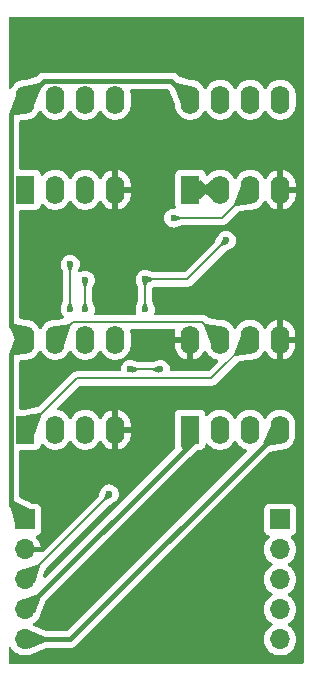
<source format=gbr>
%TF.GenerationSoftware,KiCad,Pcbnew,8.0.3*%
%TF.CreationDate,2025-09-07T10:27:12+08:00*%
%TF.ProjectId,balancing-car,62616c61-6e63-4696-9e67-2d6361722e6b,rev?*%
%TF.SameCoordinates,Original*%
%TF.FileFunction,Copper,L2,Bot*%
%TF.FilePolarity,Positive*%
%FSLAX46Y46*%
G04 Gerber Fmt 4.6, Leading zero omitted, Abs format (unit mm)*
G04 Created by KiCad (PCBNEW 8.0.3) date 2025-09-07 10:27:12*
%MOMM*%
%LPD*%
G01*
G04 APERTURE LIST*
%TA.AperFunction,ComponentPad*%
%ADD10O,1.700000X1.700000*%
%TD*%
%TA.AperFunction,ComponentPad*%
%ADD11R,1.700000X1.700000*%
%TD*%
%TA.AperFunction,ComponentPad*%
%ADD12O,1.600000X2.400000*%
%TD*%
%TA.AperFunction,ComponentPad*%
%ADD13R,1.600000X2.400000*%
%TD*%
%TA.AperFunction,ViaPad*%
%ADD14C,0.600000*%
%TD*%
%TA.AperFunction,Conductor*%
%ADD15C,0.400000*%
%TD*%
%TA.AperFunction,Conductor*%
%ADD16C,0.200000*%
%TD*%
G04 APERTURE END LIST*
D10*
%TO.P,J1,5,Pin_5*%
%TO.N,/MotorB*%
X184150000Y-143510000D03*
%TO.P,J1,4,Pin_4*%
%TO.N,/MotorA*%
X184150000Y-140970000D03*
%TO.P,J1,3,Pin_3*%
%TO.N,/Vmid*%
X184150000Y-138430000D03*
%TO.P,J1,2,Pin_2*%
%TO.N,GND*%
X184150000Y-135890000D03*
D11*
%TO.P,J1,1,Pin_1*%
%TO.N,VCC*%
X184150000Y-133350000D03*
%TD*%
D12*
%TO.P,U1,8,V+*%
%TO.N,VCC*%
X184160000Y-97805000D03*
%TO.P,U1,7*%
%TO.N,Net-(R3-Pad2)*%
X186700000Y-97805000D03*
%TO.P,U1,6,-*%
%TO.N,/v_sharktooth*%
X189240000Y-97805000D03*
%TO.P,U1,5,+*%
%TO.N,Net-(U1B-+)*%
X191780000Y-97805000D03*
%TO.P,U1,4,V-*%
%TO.N,GND*%
X191780000Y-105425000D03*
%TO.P,U1,3,+*%
%TO.N,/Vmid*%
X189240000Y-105425000D03*
%TO.P,U1,2,-*%
%TO.N,Net-(U1A--)*%
X186700000Y-105425000D03*
D13*
%TO.P,U1,1*%
%TO.N,/velocity*%
X184160000Y-105425000D03*
%TD*%
D11*
%TO.P,J2,1,Pin_1*%
%TO.N,/Acceleration*%
X205740000Y-133350000D03*
D10*
%TO.P,J2,2,Pin_2*%
%TO.N,/Xout*%
X205740000Y-135890000D03*
%TO.P,J2,3,Pin_3*%
%TO.N,/Yout*%
X205740000Y-138430000D03*
%TO.P,J2,4,Pin_4*%
%TO.N,/Zout*%
X205740000Y-140970000D03*
%TO.P,J2,5,Pin_5*%
%TO.N,/ST*%
X205740000Y-143510000D03*
%TD*%
D12*
%TO.P,U4,8,V-*%
%TO.N,GND*%
X198105000Y-118125000D03*
%TO.P,U4,7,InB*%
%TO.N,Net-(U4A-InB)*%
X200645000Y-118125000D03*
%TO.P,U4,6,InA*%
%TO.N,Net-(U4A-InA)*%
X203185000Y-118125000D03*
%TO.P,U4,5,V-*%
%TO.N,GND*%
X205725000Y-118125000D03*
%TO.P,U4,4,OutB*%
%TO.N,/MotorB*%
X205725000Y-125745000D03*
%TO.P,U4,3,V+*%
%TO.N,VCC*%
X203185000Y-125745000D03*
%TO.P,U4,2,V+*%
X200645000Y-125745000D03*
D13*
%TO.P,U4,1,OutA*%
%TO.N,/MotorA*%
X198105000Y-125745000D03*
%TD*%
%TO.P,U2,1*%
%TO.N,Net-(U2A--)*%
X198130000Y-105425000D03*
D12*
%TO.P,U2,2,-*%
X200670000Y-105425000D03*
%TO.P,U2,3,+*%
%TO.N,Net-(U2A-+)*%
X203210000Y-105425000D03*
%TO.P,U2,4,V-*%
%TO.N,GND*%
X205750000Y-105425000D03*
%TO.P,U2,5,+*%
%TO.N,Net-(U2B-+)*%
X205750000Y-97805000D03*
%TO.P,U2,6,-*%
%TO.N,Net-(U2B--)*%
X203210000Y-97805000D03*
%TO.P,U2,7*%
X200670000Y-97805000D03*
%TO.P,U2,8,V+*%
%TO.N,VCC*%
X198130000Y-97805000D03*
%TD*%
%TO.P,U3,8,V+*%
%TO.N,VCC*%
X184160000Y-118125000D03*
%TO.P,U3,7*%
%TO.N,Net-(U4A-InB)*%
X186700000Y-118125000D03*
%TO.P,U3,6,-*%
%TO.N,/v_sharktooth*%
X189240000Y-118125000D03*
%TO.P,U3,5,+*%
%TO.N,Net-(U3B-+)*%
X191780000Y-118125000D03*
%TO.P,U3,4,V-*%
%TO.N,GND*%
X191780000Y-125745000D03*
%TO.P,U3,3,+*%
%TO.N,/v_sharktooth*%
X189240000Y-125745000D03*
%TO.P,U3,2,-*%
%TO.N,Net-(U3A--)*%
X186700000Y-125745000D03*
D13*
%TO.P,U3,1*%
%TO.N,Net-(U4A-InA)*%
X184160000Y-125745000D03*
%TD*%
D14*
%TO.N,GND*%
X206248000Y-101854000D03*
X205359000Y-121666000D03*
X192913000Y-142494000D03*
X186436000Y-134366000D03*
%TO.N,/Vmid*%
X191262000Y-131191000D03*
%TO.N,GND*%
X188595000Y-139827000D03*
X196088000Y-133858000D03*
X202819000Y-132207000D03*
X186055000Y-121158000D03*
X190246000Y-101473000D03*
%TO.N,/Vmid*%
X201168000Y-109728000D03*
%TO.N,Net-(U2A-+)*%
X196723000Y-107823000D03*
%TO.N,/v_sharktooth*%
X187960000Y-115570000D03*
X187960000Y-111760000D03*
%TO.N,/Vmid*%
X194310000Y-115570000D03*
X194310000Y-113030000D03*
%TO.N,GND*%
X204343000Y-110744000D03*
X194310000Y-104140000D03*
X201295000Y-101346000D03*
X185420000Y-129540000D03*
X202184000Y-91694000D03*
X203200000Y-113030000D03*
X184150000Y-92583000D03*
%TO.N,/Acceleration*%
X195580000Y-120650000D03*
X193040000Y-120650000D03*
X189230000Y-115570000D03*
X189230000Y-113095000D03*
%TD*%
D15*
%TO.N,VCC*%
X184160000Y-97805000D02*
X185760000Y-96205000D01*
X185760000Y-96205000D02*
X196530000Y-96205000D01*
X196530000Y-96205000D02*
X198130000Y-97805000D01*
X184160000Y-118125000D02*
X182960000Y-116925000D01*
X182960000Y-116925000D02*
X182960000Y-99005000D01*
X182960000Y-99005000D02*
X184160000Y-97805000D01*
X184150000Y-133350000D02*
X182960000Y-132160000D01*
X182960000Y-132160000D02*
X182960000Y-119325000D01*
X182960000Y-119325000D02*
X184160000Y-118125000D01*
D16*
%TO.N,Net-(U4A-InA)*%
X184160000Y-125745000D02*
X188493000Y-121412000D01*
X188493000Y-121412000D02*
X199898000Y-121412000D01*
X199898000Y-121412000D02*
X203185000Y-118125000D01*
%TO.N,/Vmid*%
X191262000Y-131318000D02*
X191262000Y-131191000D01*
X184150000Y-138430000D02*
X191262000Y-131318000D01*
D15*
%TO.N,/MotorB*%
X184150000Y-143510000D02*
X187960000Y-143510000D01*
X187960000Y-143510000D02*
X205725000Y-125745000D01*
%TO.N,/MotorA*%
X184150000Y-140970000D02*
X198105000Y-127015000D01*
X198105000Y-127015000D02*
X198105000Y-125745000D01*
%TO.N,VCC*%
X184150000Y-133350000D02*
X182945000Y-132145000D01*
X182945000Y-132145000D02*
X182945000Y-131826000D01*
D16*
%TO.N,/Vmid*%
X197866000Y-113030000D02*
X201168000Y-109728000D01*
X194310000Y-113030000D02*
X197866000Y-113030000D01*
%TO.N,Net-(U2A-+)*%
X196723000Y-107823000D02*
X200812000Y-107823000D01*
X200812000Y-107823000D02*
X203210000Y-105425000D01*
%TO.N,/v_sharktooth*%
X187960000Y-115570000D02*
X187960000Y-111760000D01*
%TO.N,/Vmid*%
X194310000Y-115570000D02*
X194310000Y-113030000D01*
%TO.N,/Acceleration*%
X195580000Y-120650000D02*
X193040000Y-120650000D01*
X189230000Y-113095000D02*
X189230000Y-115570000D01*
%TO.N,Net-(U2A--)*%
X198130000Y-105425000D02*
X200670000Y-105425000D01*
%TO.N,Net-(U4A-InB)*%
X188200000Y-116625000D02*
X199145000Y-116625000D01*
X199145000Y-116625000D02*
X200645000Y-118125000D01*
X186700000Y-118125000D02*
X188200000Y-116625000D01*
%TD*%
%TA.AperFunction,Conductor*%
%TO.N,GND*%
G36*
X207722539Y-90817185D02*
G01*
X207768294Y-90869989D01*
X207779500Y-90921500D01*
X207779500Y-145425500D01*
X207759815Y-145492539D01*
X207707011Y-145538294D01*
X207655500Y-145549500D01*
X182869500Y-145549500D01*
X182802461Y-145529815D01*
X182756706Y-145477011D01*
X182745500Y-145425500D01*
X182745500Y-144251427D01*
X182765185Y-144184388D01*
X182817989Y-144138633D01*
X182887147Y-144128689D01*
X182950703Y-144157714D01*
X182972256Y-144183818D01*
X182972860Y-144183396D01*
X182975965Y-144187830D01*
X183111505Y-144381401D01*
X183278599Y-144548495D01*
X183375384Y-144616265D01*
X183472165Y-144684032D01*
X183472167Y-144684033D01*
X183472170Y-144684035D01*
X183686337Y-144783903D01*
X183914592Y-144845063D01*
X184102918Y-144861539D01*
X184149999Y-144865659D01*
X184150000Y-144865659D01*
X184150001Y-144865659D01*
X184189234Y-144862226D01*
X184385408Y-144845063D01*
X184613663Y-144783903D01*
X184650559Y-144766697D01*
X184671112Y-144759240D01*
X184684160Y-144755774D01*
X185941598Y-144220410D01*
X185990173Y-144210500D01*
X188028996Y-144210500D01*
X188142962Y-144187830D01*
X188164328Y-144183580D01*
X188228069Y-144157177D01*
X188291807Y-144130777D01*
X188291808Y-144130776D01*
X188291811Y-144130775D01*
X188406543Y-144054114D01*
X196570657Y-135889999D01*
X204384341Y-135889999D01*
X204384341Y-135890000D01*
X204404936Y-136125403D01*
X204404938Y-136125413D01*
X204466094Y-136353655D01*
X204466096Y-136353659D01*
X204466097Y-136353663D01*
X204542555Y-136517628D01*
X204565965Y-136567830D01*
X204565967Y-136567834D01*
X204701501Y-136761395D01*
X204701506Y-136761402D01*
X204868597Y-136928493D01*
X204868603Y-136928498D01*
X205054158Y-137058425D01*
X205097783Y-137113002D01*
X205104977Y-137182500D01*
X205073454Y-137244855D01*
X205054158Y-137261575D01*
X204868597Y-137391505D01*
X204701505Y-137558597D01*
X204565965Y-137752169D01*
X204565964Y-137752171D01*
X204466098Y-137966335D01*
X204466094Y-137966344D01*
X204404938Y-138194586D01*
X204404936Y-138194596D01*
X204384341Y-138429999D01*
X204384341Y-138430000D01*
X204404936Y-138665403D01*
X204404938Y-138665413D01*
X204466094Y-138893655D01*
X204466096Y-138893659D01*
X204466097Y-138893663D01*
X204538387Y-139048689D01*
X204565965Y-139107830D01*
X204565967Y-139107834D01*
X204701501Y-139301395D01*
X204701506Y-139301402D01*
X204868597Y-139468493D01*
X204868603Y-139468498D01*
X205054158Y-139598425D01*
X205097783Y-139653002D01*
X205104977Y-139722500D01*
X205073454Y-139784855D01*
X205054158Y-139801575D01*
X204868597Y-139931505D01*
X204701505Y-140098597D01*
X204565965Y-140292169D01*
X204565964Y-140292171D01*
X204466098Y-140506335D01*
X204466094Y-140506344D01*
X204404938Y-140734586D01*
X204404936Y-140734596D01*
X204384341Y-140969999D01*
X204384341Y-140970000D01*
X204404936Y-141205403D01*
X204404938Y-141205413D01*
X204466094Y-141433655D01*
X204466096Y-141433659D01*
X204466097Y-141433663D01*
X204538387Y-141588689D01*
X204565965Y-141647830D01*
X204565967Y-141647834D01*
X204701501Y-141841395D01*
X204701506Y-141841402D01*
X204868597Y-142008493D01*
X204868603Y-142008498D01*
X205054158Y-142138425D01*
X205097783Y-142193002D01*
X205104977Y-142262500D01*
X205073454Y-142324855D01*
X205054158Y-142341575D01*
X204868597Y-142471505D01*
X204701505Y-142638597D01*
X204565965Y-142832169D01*
X204565964Y-142832171D01*
X204466098Y-143046335D01*
X204466094Y-143046344D01*
X204404938Y-143274586D01*
X204404936Y-143274596D01*
X204384341Y-143509999D01*
X204384341Y-143510000D01*
X204404936Y-143745403D01*
X204404938Y-143745413D01*
X204466094Y-143973655D01*
X204466096Y-143973659D01*
X204466097Y-143973663D01*
X204503611Y-144054111D01*
X204565965Y-144187830D01*
X204565967Y-144187834D01*
X204610496Y-144251427D01*
X204701505Y-144381401D01*
X204868599Y-144548495D01*
X204965384Y-144616265D01*
X205062165Y-144684032D01*
X205062167Y-144684033D01*
X205062170Y-144684035D01*
X205276337Y-144783903D01*
X205504592Y-144845063D01*
X205692918Y-144861539D01*
X205739999Y-144865659D01*
X205740000Y-144865659D01*
X205740001Y-144865659D01*
X205779234Y-144862226D01*
X205975408Y-144845063D01*
X206203663Y-144783903D01*
X206417830Y-144684035D01*
X206611401Y-144548495D01*
X206778495Y-144381401D01*
X206914035Y-144187830D01*
X207013903Y-143973663D01*
X207075063Y-143745408D01*
X207095659Y-143510000D01*
X207075063Y-143274592D01*
X207013903Y-143046337D01*
X206914035Y-142832171D01*
X206897894Y-142809118D01*
X206778494Y-142638597D01*
X206611402Y-142471506D01*
X206611396Y-142471501D01*
X206425842Y-142341575D01*
X206382217Y-142286998D01*
X206375023Y-142217500D01*
X206406546Y-142155145D01*
X206425842Y-142138425D01*
X206448026Y-142122891D01*
X206611401Y-142008495D01*
X206778495Y-141841401D01*
X206914035Y-141647830D01*
X207013903Y-141433663D01*
X207075063Y-141205408D01*
X207095659Y-140970000D01*
X207075063Y-140734592D01*
X207013903Y-140506337D01*
X206914035Y-140292171D01*
X206897894Y-140269118D01*
X206778494Y-140098597D01*
X206611402Y-139931506D01*
X206611396Y-139931501D01*
X206425842Y-139801575D01*
X206382217Y-139746998D01*
X206375023Y-139677500D01*
X206406546Y-139615145D01*
X206425842Y-139598425D01*
X206448026Y-139582891D01*
X206611401Y-139468495D01*
X206778495Y-139301401D01*
X206914035Y-139107830D01*
X207013903Y-138893663D01*
X207075063Y-138665408D01*
X207095659Y-138430000D01*
X207075063Y-138194592D01*
X207013903Y-137966337D01*
X206914035Y-137752171D01*
X206897894Y-137729118D01*
X206778494Y-137558597D01*
X206611402Y-137391506D01*
X206611396Y-137391501D01*
X206425842Y-137261575D01*
X206382217Y-137206998D01*
X206375023Y-137137500D01*
X206406546Y-137075145D01*
X206425842Y-137058425D01*
X206448026Y-137042891D01*
X206611401Y-136928495D01*
X206778495Y-136761401D01*
X206914035Y-136567830D01*
X207013903Y-136353663D01*
X207075063Y-136125408D01*
X207095659Y-135890000D01*
X207075063Y-135654592D01*
X207013903Y-135426337D01*
X206914035Y-135212171D01*
X206898603Y-135190132D01*
X206778496Y-135018600D01*
X206778495Y-135018599D01*
X206656567Y-134896671D01*
X206623084Y-134835351D01*
X206628068Y-134765659D01*
X206669939Y-134709725D01*
X206700915Y-134692810D01*
X206832331Y-134643796D01*
X206947546Y-134557546D01*
X207033796Y-134442331D01*
X207084091Y-134307483D01*
X207090500Y-134247873D01*
X207090499Y-132452128D01*
X207084091Y-132392517D01*
X207033796Y-132257669D01*
X207033795Y-132257668D01*
X207033793Y-132257664D01*
X206947547Y-132142455D01*
X206947544Y-132142452D01*
X206832335Y-132056206D01*
X206832328Y-132056202D01*
X206697482Y-132005908D01*
X206697483Y-132005908D01*
X206637883Y-131999501D01*
X206637881Y-131999500D01*
X206637873Y-131999500D01*
X206637864Y-131999500D01*
X204842129Y-131999500D01*
X204842123Y-131999501D01*
X204782516Y-132005908D01*
X204647671Y-132056202D01*
X204647664Y-132056206D01*
X204532455Y-132142452D01*
X204532452Y-132142455D01*
X204446206Y-132257664D01*
X204446202Y-132257671D01*
X204395908Y-132392517D01*
X204389501Y-132452116D01*
X204389501Y-132452123D01*
X204389500Y-132452135D01*
X204389500Y-134247870D01*
X204389501Y-134247876D01*
X204395908Y-134307483D01*
X204446202Y-134442328D01*
X204446206Y-134442335D01*
X204532452Y-134557544D01*
X204532455Y-134557547D01*
X204647664Y-134643793D01*
X204647671Y-134643797D01*
X204779081Y-134692810D01*
X204835015Y-134734681D01*
X204859432Y-134800145D01*
X204844580Y-134868418D01*
X204823430Y-134896673D01*
X204701503Y-135018600D01*
X204565965Y-135212169D01*
X204565964Y-135212171D01*
X204466098Y-135426335D01*
X204466094Y-135426344D01*
X204404938Y-135654586D01*
X204404936Y-135654596D01*
X204384341Y-135889999D01*
X196570657Y-135889999D01*
X204801427Y-127659228D01*
X204862392Y-127625822D01*
X205666623Y-127448410D01*
X205693335Y-127445500D01*
X205827351Y-127445500D01*
X205827352Y-127445500D01*
X206029534Y-127413477D01*
X206224219Y-127350220D01*
X206406610Y-127257287D01*
X206502901Y-127187328D01*
X206572213Y-127136971D01*
X206572215Y-127136968D01*
X206572219Y-127136966D01*
X206716966Y-126992219D01*
X206716968Y-126992215D01*
X206716971Y-126992213D01*
X206794985Y-126884834D01*
X206837287Y-126826610D01*
X206930220Y-126644219D01*
X206993477Y-126449534D01*
X207025500Y-126247352D01*
X207025500Y-125242648D01*
X206995000Y-125050081D01*
X206993477Y-125040465D01*
X206964127Y-124950137D01*
X206930220Y-124845781D01*
X206930218Y-124845778D01*
X206930218Y-124845776D01*
X206837419Y-124663650D01*
X206837287Y-124663390D01*
X206829556Y-124652749D01*
X206716971Y-124497786D01*
X206572213Y-124353028D01*
X206406613Y-124232715D01*
X206406612Y-124232714D01*
X206406610Y-124232713D01*
X206349653Y-124203691D01*
X206224223Y-124139781D01*
X206029534Y-124076522D01*
X205854995Y-124048878D01*
X205827352Y-124044500D01*
X205622648Y-124044500D01*
X205598329Y-124048351D01*
X205420465Y-124076522D01*
X205225776Y-124139781D01*
X205043386Y-124232715D01*
X204877786Y-124353028D01*
X204733028Y-124497786D01*
X204612715Y-124663386D01*
X204565485Y-124756080D01*
X204517510Y-124806876D01*
X204449689Y-124823671D01*
X204383554Y-124801134D01*
X204344515Y-124756080D01*
X204297419Y-124663650D01*
X204297287Y-124663390D01*
X204289556Y-124652749D01*
X204176971Y-124497786D01*
X204032213Y-124353028D01*
X203866613Y-124232715D01*
X203866612Y-124232714D01*
X203866610Y-124232713D01*
X203809653Y-124203691D01*
X203684223Y-124139781D01*
X203489534Y-124076522D01*
X203314995Y-124048878D01*
X203287352Y-124044500D01*
X203082648Y-124044500D01*
X203058329Y-124048351D01*
X202880465Y-124076522D01*
X202685776Y-124139781D01*
X202503386Y-124232715D01*
X202337786Y-124353028D01*
X202193028Y-124497786D01*
X202072715Y-124663386D01*
X202025485Y-124756080D01*
X201977510Y-124806876D01*
X201909689Y-124823671D01*
X201843554Y-124801134D01*
X201804515Y-124756080D01*
X201757419Y-124663650D01*
X201757287Y-124663390D01*
X201749556Y-124652749D01*
X201636971Y-124497786D01*
X201492213Y-124353028D01*
X201326613Y-124232715D01*
X201326612Y-124232714D01*
X201326610Y-124232713D01*
X201269653Y-124203691D01*
X201144223Y-124139781D01*
X200949534Y-124076522D01*
X200774995Y-124048878D01*
X200747352Y-124044500D01*
X200542648Y-124044500D01*
X200518329Y-124048351D01*
X200340465Y-124076522D01*
X200145776Y-124139781D01*
X199963386Y-124232715D01*
X199797786Y-124353028D01*
X199653032Y-124497782D01*
X199626668Y-124534070D01*
X199571338Y-124576735D01*
X199501724Y-124582714D01*
X199439929Y-124550108D01*
X199405572Y-124489269D01*
X199403060Y-124474438D01*
X199402640Y-124470533D01*
X199399091Y-124437517D01*
X199348796Y-124302669D01*
X199348795Y-124302668D01*
X199348793Y-124302664D01*
X199262547Y-124187455D01*
X199262544Y-124187452D01*
X199147335Y-124101206D01*
X199147328Y-124101202D01*
X199012482Y-124050908D01*
X199012483Y-124050908D01*
X198952883Y-124044501D01*
X198952881Y-124044500D01*
X198952873Y-124044500D01*
X198952864Y-124044500D01*
X197257129Y-124044500D01*
X197257123Y-124044501D01*
X197197516Y-124050908D01*
X197062671Y-124101202D01*
X197062664Y-124101206D01*
X196947455Y-124187452D01*
X196947452Y-124187455D01*
X196861206Y-124302664D01*
X196861202Y-124302671D01*
X196810908Y-124437517D01*
X196804501Y-124497116D01*
X196804500Y-124497135D01*
X196804500Y-126884834D01*
X196803701Y-126895168D01*
X196804059Y-126895198D01*
X196802952Y-126908524D01*
X196801366Y-126962619D01*
X196802776Y-126970984D01*
X196804500Y-126991562D01*
X196804500Y-126992860D01*
X196810908Y-127052482D01*
X196817018Y-127068863D01*
X196823108Y-127091573D01*
X196825286Y-127104488D01*
X196825286Y-127104491D01*
X196850626Y-127183642D01*
X196852319Y-127253491D01*
X196820211Y-127309130D01*
X185888207Y-138241134D01*
X185826884Y-138274619D01*
X185757192Y-138269635D01*
X185701259Y-138227763D01*
X185676842Y-138162299D01*
X185682935Y-138114104D01*
X185858681Y-137588968D01*
X185888587Y-137540646D01*
X191278055Y-132151178D01*
X191295881Y-132136409D01*
X191693309Y-131865497D01*
X191697136Y-131862992D01*
X191764262Y-131820816D01*
X191779415Y-131805661D01*
X191783775Y-131801702D01*
X191783687Y-131801606D01*
X191785951Y-131799537D01*
X191785961Y-131799530D01*
X191834263Y-131750814D01*
X191891816Y-131693262D01*
X191987789Y-131540522D01*
X192047368Y-131370255D01*
X192067565Y-131191000D01*
X192048640Y-131023037D01*
X192047369Y-131011750D01*
X192047368Y-131011745D01*
X192027824Y-130955891D01*
X191987789Y-130841478D01*
X191891816Y-130688738D01*
X191764262Y-130561184D01*
X191611523Y-130465211D01*
X191441254Y-130405631D01*
X191441249Y-130405630D01*
X191262004Y-130385435D01*
X191261996Y-130385435D01*
X191082750Y-130405630D01*
X191082745Y-130405631D01*
X190912476Y-130465211D01*
X190759737Y-130561184D01*
X190632184Y-130688737D01*
X190536212Y-130841475D01*
X190536211Y-130841476D01*
X190508081Y-130921866D01*
X190504805Y-130930241D01*
X190493682Y-130955891D01*
X190493679Y-130955899D01*
X190485993Y-130984064D01*
X190483413Y-130992363D01*
X190476630Y-131011750D01*
X190476431Y-131013522D01*
X190472839Y-131032270D01*
X190396826Y-131310844D01*
X190364880Y-131365883D01*
X185627082Y-136103681D01*
X185565759Y-136137166D01*
X185539401Y-136140000D01*
X184583012Y-136140000D01*
X184615925Y-136082993D01*
X184650000Y-135955826D01*
X184650000Y-135824174D01*
X184615925Y-135697007D01*
X184583012Y-135640000D01*
X185480636Y-135640000D01*
X185480635Y-135639999D01*
X185423432Y-135426513D01*
X185423429Y-135426507D01*
X185323600Y-135212422D01*
X185323599Y-135212420D01*
X185188113Y-135018926D01*
X185188108Y-135018920D01*
X185066053Y-134896865D01*
X185032568Y-134835542D01*
X185037552Y-134765850D01*
X185079424Y-134709917D01*
X185110400Y-134693002D01*
X185242331Y-134643796D01*
X185357546Y-134557546D01*
X185443796Y-134442331D01*
X185494091Y-134307483D01*
X185500500Y-134247873D01*
X185500499Y-132452128D01*
X185494091Y-132392517D01*
X185443796Y-132257669D01*
X185443795Y-132257668D01*
X185443793Y-132257664D01*
X185357547Y-132142455D01*
X185357544Y-132142452D01*
X185242335Y-132056206D01*
X185242328Y-132056202D01*
X185107482Y-132005908D01*
X185107483Y-132005908D01*
X185047883Y-131999501D01*
X185047881Y-131999500D01*
X185047873Y-131999500D01*
X185047865Y-131999500D01*
X184729279Y-131999500D01*
X184673561Y-131986277D01*
X183728782Y-131511075D01*
X183677736Y-131463366D01*
X183660500Y-131400298D01*
X183660500Y-127569499D01*
X183680185Y-127502460D01*
X183732989Y-127456705D01*
X183784500Y-127445499D01*
X185007871Y-127445499D01*
X185007872Y-127445499D01*
X185067483Y-127439091D01*
X185202331Y-127388796D01*
X185317546Y-127302546D01*
X185403796Y-127187331D01*
X185454091Y-127052483D01*
X185458061Y-127015556D01*
X185484796Y-126951011D01*
X185542188Y-126911161D01*
X185612013Y-126908666D01*
X185672102Y-126944317D01*
X185681667Y-126955929D01*
X185708032Y-126992217D01*
X185852786Y-127136971D01*
X186007749Y-127249556D01*
X186018390Y-127257287D01*
X186134607Y-127316503D01*
X186200776Y-127350218D01*
X186200778Y-127350218D01*
X186200781Y-127350220D01*
X186305137Y-127384127D01*
X186395465Y-127413477D01*
X186496557Y-127429488D01*
X186597648Y-127445500D01*
X186597649Y-127445500D01*
X186802351Y-127445500D01*
X186802352Y-127445500D01*
X187004534Y-127413477D01*
X187199219Y-127350220D01*
X187381610Y-127257287D01*
X187477901Y-127187328D01*
X187547213Y-127136971D01*
X187547215Y-127136968D01*
X187547219Y-127136966D01*
X187691966Y-126992219D01*
X187691968Y-126992215D01*
X187691971Y-126992213D01*
X187812284Y-126826614D01*
X187812285Y-126826613D01*
X187812287Y-126826610D01*
X187859516Y-126733917D01*
X187907489Y-126683123D01*
X187975310Y-126666328D01*
X188041445Y-126688865D01*
X188080485Y-126733919D01*
X188127715Y-126826614D01*
X188248028Y-126992213D01*
X188392786Y-127136971D01*
X188547749Y-127249556D01*
X188558390Y-127257287D01*
X188674607Y-127316503D01*
X188740776Y-127350218D01*
X188740778Y-127350218D01*
X188740781Y-127350220D01*
X188845137Y-127384127D01*
X188935465Y-127413477D01*
X189036557Y-127429488D01*
X189137648Y-127445500D01*
X189137649Y-127445500D01*
X189342351Y-127445500D01*
X189342352Y-127445500D01*
X189544534Y-127413477D01*
X189739219Y-127350220D01*
X189921610Y-127257287D01*
X190017901Y-127187328D01*
X190087213Y-127136971D01*
X190087215Y-127136968D01*
X190087219Y-127136966D01*
X190231966Y-126992219D01*
X190231968Y-126992215D01*
X190231971Y-126992213D01*
X190352284Y-126826614D01*
X190352285Y-126826613D01*
X190352287Y-126826610D01*
X190399795Y-126733369D01*
X190447770Y-126682574D01*
X190515591Y-126665779D01*
X190581725Y-126688316D01*
X190620765Y-126733370D01*
X190668140Y-126826349D01*
X190788417Y-126991894D01*
X190788417Y-126991895D01*
X190933104Y-127136582D01*
X191098650Y-127256859D01*
X191280968Y-127349754D01*
X191475578Y-127412988D01*
X191530000Y-127421607D01*
X191530000Y-126060686D01*
X191534394Y-126065080D01*
X191625606Y-126117741D01*
X191727339Y-126145000D01*
X191832661Y-126145000D01*
X191934394Y-126117741D01*
X192025606Y-126065080D01*
X192030000Y-126060686D01*
X192030000Y-127421606D01*
X192084421Y-127412988D01*
X192279031Y-127349754D01*
X192461349Y-127256859D01*
X192626894Y-127136582D01*
X192626895Y-127136582D01*
X192771582Y-126991895D01*
X192771582Y-126991894D01*
X192891859Y-126826349D01*
X192984755Y-126644031D01*
X193047990Y-126449417D01*
X193080000Y-126247317D01*
X193080000Y-125995000D01*
X192095686Y-125995000D01*
X192100080Y-125990606D01*
X192152741Y-125899394D01*
X192180000Y-125797661D01*
X192180000Y-125692339D01*
X192152741Y-125590606D01*
X192100080Y-125499394D01*
X192095686Y-125495000D01*
X193080000Y-125495000D01*
X193080000Y-125242682D01*
X193047990Y-125040582D01*
X192984755Y-124845968D01*
X192891859Y-124663650D01*
X192771582Y-124498105D01*
X192771582Y-124498104D01*
X192626895Y-124353417D01*
X192461349Y-124233140D01*
X192279029Y-124140244D01*
X192084413Y-124077009D01*
X192030000Y-124068390D01*
X192030000Y-125429314D01*
X192025606Y-125424920D01*
X191934394Y-125372259D01*
X191832661Y-125345000D01*
X191727339Y-125345000D01*
X191625606Y-125372259D01*
X191534394Y-125424920D01*
X191530000Y-125429314D01*
X191530000Y-124068390D01*
X191475586Y-124077009D01*
X191280970Y-124140244D01*
X191098650Y-124233140D01*
X190933105Y-124353417D01*
X190933104Y-124353417D01*
X190788417Y-124498104D01*
X190788417Y-124498105D01*
X190668140Y-124663650D01*
X190620765Y-124756629D01*
X190572790Y-124807425D01*
X190504969Y-124824220D01*
X190438834Y-124801682D01*
X190399795Y-124756629D01*
X190352419Y-124663650D01*
X190352287Y-124663390D01*
X190344556Y-124652749D01*
X190231971Y-124497786D01*
X190087213Y-124353028D01*
X189921613Y-124232715D01*
X189921612Y-124232714D01*
X189921610Y-124232713D01*
X189864653Y-124203691D01*
X189739223Y-124139781D01*
X189544534Y-124076522D01*
X189369995Y-124048878D01*
X189342352Y-124044500D01*
X189137648Y-124044500D01*
X189113329Y-124048351D01*
X188935465Y-124076522D01*
X188740776Y-124139781D01*
X188558386Y-124232715D01*
X188392786Y-124353028D01*
X188248028Y-124497786D01*
X188127715Y-124663386D01*
X188080485Y-124756080D01*
X188032510Y-124806876D01*
X187964689Y-124823671D01*
X187898554Y-124801134D01*
X187859515Y-124756080D01*
X187812419Y-124663650D01*
X187812287Y-124663390D01*
X187804556Y-124652749D01*
X187691971Y-124497786D01*
X187547213Y-124353028D01*
X187381613Y-124232715D01*
X187381612Y-124232714D01*
X187381610Y-124232713D01*
X187324653Y-124203691D01*
X187199223Y-124139781D01*
X187004534Y-124076522D01*
X186962764Y-124069907D01*
X186899629Y-124039978D01*
X186862698Y-123980666D01*
X186863696Y-123910803D01*
X186894479Y-123859755D01*
X188705416Y-122048819D01*
X188766739Y-122015334D01*
X188793097Y-122012500D01*
X199811331Y-122012500D01*
X199811347Y-122012501D01*
X199818943Y-122012501D01*
X199977054Y-122012501D01*
X199977057Y-122012501D01*
X200129785Y-121971577D01*
X200179904Y-121942639D01*
X200266716Y-121892520D01*
X200378520Y-121780716D01*
X200378520Y-121780714D01*
X200388728Y-121770507D01*
X200388730Y-121770504D01*
X202173926Y-119985307D01*
X202235247Y-119951824D01*
X202243652Y-119950297D01*
X203088597Y-119826803D01*
X203106530Y-119825500D01*
X203287351Y-119825500D01*
X203287352Y-119825500D01*
X203489534Y-119793477D01*
X203684219Y-119730220D01*
X203866610Y-119637287D01*
X203959590Y-119569732D01*
X204032213Y-119516971D01*
X204032215Y-119516968D01*
X204032219Y-119516966D01*
X204176966Y-119372219D01*
X204176968Y-119372215D01*
X204176971Y-119372213D01*
X204297284Y-119206614D01*
X204297286Y-119206611D01*
X204297287Y-119206610D01*
X204344795Y-119113369D01*
X204392770Y-119062574D01*
X204460591Y-119045779D01*
X204526725Y-119068316D01*
X204565765Y-119113370D01*
X204613140Y-119206349D01*
X204733417Y-119371894D01*
X204733417Y-119371895D01*
X204878104Y-119516582D01*
X205043650Y-119636859D01*
X205225968Y-119729754D01*
X205420578Y-119792988D01*
X205475000Y-119801607D01*
X205475000Y-118440686D01*
X205479394Y-118445080D01*
X205570606Y-118497741D01*
X205672339Y-118525000D01*
X205777661Y-118525000D01*
X205879394Y-118497741D01*
X205970606Y-118445080D01*
X205975000Y-118440686D01*
X205975000Y-119801606D01*
X206029421Y-119792988D01*
X206224031Y-119729754D01*
X206406349Y-119636859D01*
X206571894Y-119516582D01*
X206571895Y-119516582D01*
X206716582Y-119371895D01*
X206716582Y-119371894D01*
X206836859Y-119206349D01*
X206929755Y-119024031D01*
X206992990Y-118829417D01*
X207025000Y-118627317D01*
X207025000Y-118375000D01*
X206040686Y-118375000D01*
X206045080Y-118370606D01*
X206097741Y-118279394D01*
X206125000Y-118177661D01*
X206125000Y-118072339D01*
X206097741Y-117970606D01*
X206045080Y-117879394D01*
X206040686Y-117875000D01*
X207025000Y-117875000D01*
X207025000Y-117622682D01*
X206992990Y-117420582D01*
X206929755Y-117225968D01*
X206836859Y-117043650D01*
X206716582Y-116878105D01*
X206716582Y-116878104D01*
X206571895Y-116733417D01*
X206406349Y-116613140D01*
X206224029Y-116520244D01*
X206029413Y-116457009D01*
X205975000Y-116448390D01*
X205975000Y-117809314D01*
X205970606Y-117804920D01*
X205879394Y-117752259D01*
X205777661Y-117725000D01*
X205672339Y-117725000D01*
X205570606Y-117752259D01*
X205479394Y-117804920D01*
X205475000Y-117809314D01*
X205475000Y-116448390D01*
X205420586Y-116457009D01*
X205225970Y-116520244D01*
X205043650Y-116613140D01*
X204878105Y-116733417D01*
X204878104Y-116733417D01*
X204733417Y-116878104D01*
X204733417Y-116878105D01*
X204613140Y-117043650D01*
X204565765Y-117136629D01*
X204517790Y-117187425D01*
X204449969Y-117204220D01*
X204383834Y-117181682D01*
X204344795Y-117136629D01*
X204297419Y-117043650D01*
X204297287Y-117043390D01*
X204289556Y-117032749D01*
X204176971Y-116877786D01*
X204032213Y-116733028D01*
X203866613Y-116612715D01*
X203866612Y-116612714D01*
X203866610Y-116612713D01*
X203809653Y-116583691D01*
X203684223Y-116519781D01*
X203489534Y-116456522D01*
X203314995Y-116428878D01*
X203287352Y-116424500D01*
X203082648Y-116424500D01*
X203058329Y-116428351D01*
X202880465Y-116456522D01*
X202685776Y-116519781D01*
X202503386Y-116612715D01*
X202337786Y-116733028D01*
X202193028Y-116877786D01*
X202072715Y-117043386D01*
X202025485Y-117136080D01*
X201977510Y-117186876D01*
X201909689Y-117203671D01*
X201843554Y-117181134D01*
X201804515Y-117136080D01*
X201757419Y-117043650D01*
X201757287Y-117043390D01*
X201749556Y-117032749D01*
X201636971Y-116877786D01*
X201492213Y-116733028D01*
X201326613Y-116612715D01*
X201326612Y-116612714D01*
X201326610Y-116612713D01*
X201269653Y-116583691D01*
X201144223Y-116519781D01*
X200949534Y-116456522D01*
X200774995Y-116428878D01*
X200747352Y-116424500D01*
X200747351Y-116424500D01*
X200566537Y-116424500D01*
X200548604Y-116423196D01*
X199703671Y-116299703D01*
X199640183Y-116270530D01*
X199633923Y-116264688D01*
X199632590Y-116263355D01*
X199632588Y-116263352D01*
X199513717Y-116144481D01*
X199513716Y-116144480D01*
X199426904Y-116094360D01*
X199426904Y-116094359D01*
X199426900Y-116094358D01*
X199376785Y-116065423D01*
X199224057Y-116024499D01*
X199065943Y-116024499D01*
X199058347Y-116024499D01*
X199058331Y-116024500D01*
X195173818Y-116024500D01*
X195106779Y-116004815D01*
X195061024Y-115952011D01*
X195051080Y-115882853D01*
X195056776Y-115859546D01*
X195095367Y-115749257D01*
X195095368Y-115749255D01*
X195115565Y-115570000D01*
X195095368Y-115390745D01*
X195067729Y-115311760D01*
X195063428Y-115296335D01*
X195058166Y-115271312D01*
X194918022Y-114887502D01*
X194910500Y-114844971D01*
X194910500Y-113755024D01*
X194918000Y-113712553D01*
X194918142Y-113712163D01*
X194959598Y-113655925D01*
X194992161Y-113638143D01*
X194992553Y-113638000D01*
X195035024Y-113630500D01*
X197779331Y-113630500D01*
X197779347Y-113630501D01*
X197786943Y-113630501D01*
X197945054Y-113630501D01*
X197945057Y-113630501D01*
X198097785Y-113589577D01*
X198155450Y-113556284D01*
X198155451Y-113556284D01*
X198234709Y-113510524D01*
X198234708Y-113510524D01*
X198234716Y-113510520D01*
X198346520Y-113398716D01*
X198346520Y-113398714D01*
X198356724Y-113388511D01*
X198356728Y-113388506D01*
X201079950Y-110665283D01*
X201115337Y-110640532D01*
X201485830Y-110468236D01*
X201498117Y-110461878D01*
X201514135Y-110454973D01*
X201517522Y-110453789D01*
X201670262Y-110357816D01*
X201797816Y-110230262D01*
X201893789Y-110077522D01*
X201953368Y-109907255D01*
X201965391Y-109800548D01*
X201973565Y-109728003D01*
X201973565Y-109727996D01*
X201953369Y-109548750D01*
X201953368Y-109548745D01*
X201893788Y-109378476D01*
X201797815Y-109225737D01*
X201670262Y-109098184D01*
X201517523Y-109002211D01*
X201347254Y-108942631D01*
X201347249Y-108942630D01*
X201168004Y-108922435D01*
X201167996Y-108922435D01*
X200988750Y-108942630D01*
X200988745Y-108942631D01*
X200818476Y-109002211D01*
X200665737Y-109098184D01*
X200538184Y-109225737D01*
X200485364Y-109309800D01*
X200442211Y-109378478D01*
X200442210Y-109378479D01*
X200442209Y-109378482D01*
X200439972Y-109384874D01*
X200429539Y-109406080D01*
X200429916Y-109406290D01*
X200427766Y-109410163D01*
X200255463Y-109780663D01*
X200230708Y-109816055D01*
X197653584Y-112393181D01*
X197592261Y-112426666D01*
X197565903Y-112429500D01*
X195035027Y-112429500D01*
X194992496Y-112421978D01*
X194608687Y-112281834D01*
X194597104Y-112278150D01*
X194568111Y-112268927D01*
X194568104Y-112268926D01*
X194568095Y-112268924D01*
X194566718Y-112268754D01*
X194540992Y-112262735D01*
X194489252Y-112244631D01*
X194310004Y-112224435D01*
X194309996Y-112224435D01*
X194130750Y-112244630D01*
X194130745Y-112244631D01*
X193960476Y-112304211D01*
X193807737Y-112400184D01*
X193680184Y-112527737D01*
X193584211Y-112680476D01*
X193524631Y-112850745D01*
X193524630Y-112850750D01*
X193504435Y-113029996D01*
X193504435Y-113030003D01*
X193524631Y-113209252D01*
X193552268Y-113288236D01*
X193556570Y-113303663D01*
X193561833Y-113328685D01*
X193628228Y-113510518D01*
X193674828Y-113638141D01*
X193701978Y-113712494D01*
X193709500Y-113755025D01*
X193709500Y-114844972D01*
X193701978Y-114887503D01*
X193561831Y-115271320D01*
X193548928Y-115311882D01*
X193548925Y-115311894D01*
X193548754Y-115313281D01*
X193542735Y-115339006D01*
X193524631Y-115390745D01*
X193524631Y-115390746D01*
X193504435Y-115569996D01*
X193504435Y-115570003D01*
X193524630Y-115749249D01*
X193524632Y-115749257D01*
X193563224Y-115859546D01*
X193566785Y-115929324D01*
X193532056Y-115989952D01*
X193470063Y-116022179D01*
X193446182Y-116024500D01*
X190093818Y-116024500D01*
X190026779Y-116004815D01*
X189981024Y-115952011D01*
X189971080Y-115882853D01*
X189976776Y-115859546D01*
X190015367Y-115749257D01*
X190015368Y-115749255D01*
X190035565Y-115570000D01*
X190015368Y-115390745D01*
X189987729Y-115311760D01*
X189983428Y-115296335D01*
X189978166Y-115271312D01*
X189838022Y-114887502D01*
X189830500Y-114844971D01*
X189830500Y-113820025D01*
X189838022Y-113777494D01*
X189978166Y-113393686D01*
X189991071Y-113353117D01*
X189991241Y-113351739D01*
X189997262Y-113325994D01*
X190015368Y-113274255D01*
X190035565Y-113095000D01*
X190028241Y-113030000D01*
X190015369Y-112915750D01*
X190015368Y-112915745D01*
X189992625Y-112850750D01*
X189955789Y-112745478D01*
X189859816Y-112592738D01*
X189732262Y-112465184D01*
X189696151Y-112442494D01*
X189579523Y-112369211D01*
X189409254Y-112309631D01*
X189409249Y-112309630D01*
X189230004Y-112289435D01*
X189229996Y-112289435D01*
X189050750Y-112309630D01*
X189050745Y-112309631D01*
X188880474Y-112369212D01*
X188816394Y-112409476D01*
X188749157Y-112428476D01*
X188682322Y-112408108D01*
X188637109Y-112354839D01*
X188627872Y-112285583D01*
X188633943Y-112261958D01*
X188708166Y-112058686D01*
X188721071Y-112018117D01*
X188721241Y-112016739D01*
X188727262Y-111990994D01*
X188745368Y-111939255D01*
X188765565Y-111760000D01*
X188745368Y-111580745D01*
X188685789Y-111410478D01*
X188589816Y-111257738D01*
X188462262Y-111130184D01*
X188309523Y-111034211D01*
X188139254Y-110974631D01*
X188139249Y-110974630D01*
X187960004Y-110954435D01*
X187959996Y-110954435D01*
X187780750Y-110974630D01*
X187780745Y-110974631D01*
X187610476Y-111034211D01*
X187457737Y-111130184D01*
X187330184Y-111257737D01*
X187234211Y-111410476D01*
X187174631Y-111580745D01*
X187174630Y-111580750D01*
X187154435Y-111759996D01*
X187154435Y-111760003D01*
X187174631Y-111939252D01*
X187202268Y-112018236D01*
X187206570Y-112033663D01*
X187211833Y-112058685D01*
X187316316Y-112344828D01*
X187346198Y-112426666D01*
X187351978Y-112442494D01*
X187359500Y-112485025D01*
X187359500Y-114844972D01*
X187351978Y-114887503D01*
X187211831Y-115271320D01*
X187198928Y-115311882D01*
X187198925Y-115311894D01*
X187198754Y-115313281D01*
X187192735Y-115339006D01*
X187174631Y-115390745D01*
X187174631Y-115390746D01*
X187154435Y-115569996D01*
X187154435Y-115570003D01*
X187174630Y-115749249D01*
X187174631Y-115749254D01*
X187234211Y-115919523D01*
X187330184Y-116072262D01*
X187393642Y-116135720D01*
X187427127Y-116197043D01*
X187422143Y-116266735D01*
X187380271Y-116322668D01*
X187323894Y-116346097D01*
X186796393Y-116423196D01*
X186778460Y-116424500D01*
X186597648Y-116424500D01*
X186573329Y-116428351D01*
X186395465Y-116456522D01*
X186200776Y-116519781D01*
X186018386Y-116612715D01*
X185852786Y-116733028D01*
X185708028Y-116877786D01*
X185587715Y-117043386D01*
X185540485Y-117136080D01*
X185492510Y-117186876D01*
X185424689Y-117203671D01*
X185358554Y-117181134D01*
X185319515Y-117136080D01*
X185272419Y-117043650D01*
X185272287Y-117043390D01*
X185264556Y-117032749D01*
X185151971Y-116877786D01*
X185007213Y-116733028D01*
X184841613Y-116612715D01*
X184841612Y-116612714D01*
X184841610Y-116612713D01*
X184784653Y-116583691D01*
X184659223Y-116519781D01*
X184464534Y-116456522D01*
X184289995Y-116428878D01*
X184262352Y-116424500D01*
X184262351Y-116424500D01*
X184126443Y-116424500D01*
X184110107Y-116423419D01*
X183768164Y-116377974D01*
X183704302Y-116349629D01*
X183665902Y-116291258D01*
X183660500Y-116255055D01*
X183660500Y-107822996D01*
X195917435Y-107822996D01*
X195917435Y-107823003D01*
X195937630Y-108002249D01*
X195937631Y-108002254D01*
X195997211Y-108172523D01*
X196079525Y-108303524D01*
X196093184Y-108325262D01*
X196220738Y-108452816D01*
X196373478Y-108548789D01*
X196457187Y-108578080D01*
X196543745Y-108608368D01*
X196543750Y-108608369D01*
X196722996Y-108628565D01*
X196723000Y-108628565D01*
X196723004Y-108628565D01*
X196902249Y-108608369D01*
X196902250Y-108608368D01*
X196902255Y-108608368D01*
X196981251Y-108580725D01*
X196996651Y-108576431D01*
X197021687Y-108571166D01*
X197405495Y-108431022D01*
X197448026Y-108423500D01*
X200725331Y-108423500D01*
X200725347Y-108423501D01*
X200732943Y-108423501D01*
X200891054Y-108423501D01*
X200891057Y-108423501D01*
X201043785Y-108382577D01*
X201101450Y-108349284D01*
X201101451Y-108349284D01*
X201180709Y-108303524D01*
X201180708Y-108303524D01*
X201180716Y-108303520D01*
X201292520Y-108191716D01*
X201292520Y-108191714D01*
X201302724Y-108181511D01*
X201302728Y-108181506D01*
X202198926Y-107285307D01*
X202260247Y-107251824D01*
X202268652Y-107250297D01*
X203113597Y-107126803D01*
X203131530Y-107125500D01*
X203312351Y-107125500D01*
X203312352Y-107125500D01*
X203514534Y-107093477D01*
X203709219Y-107030220D01*
X203891610Y-106937287D01*
X204006166Y-106854058D01*
X204057213Y-106816971D01*
X204057215Y-106816968D01*
X204057219Y-106816966D01*
X204201966Y-106672219D01*
X204201968Y-106672215D01*
X204201971Y-106672213D01*
X204322284Y-106506614D01*
X204322283Y-106506614D01*
X204322287Y-106506610D01*
X204369795Y-106413369D01*
X204417770Y-106362574D01*
X204485591Y-106345779D01*
X204551725Y-106368316D01*
X204590765Y-106413370D01*
X204638140Y-106506349D01*
X204758417Y-106671894D01*
X204758417Y-106671895D01*
X204903104Y-106816582D01*
X205068650Y-106936859D01*
X205250968Y-107029754D01*
X205445578Y-107092988D01*
X205500000Y-107101607D01*
X205500000Y-105740686D01*
X205504394Y-105745080D01*
X205595606Y-105797741D01*
X205697339Y-105825000D01*
X205802661Y-105825000D01*
X205904394Y-105797741D01*
X205995606Y-105745080D01*
X206000000Y-105740686D01*
X206000000Y-107101606D01*
X206054421Y-107092988D01*
X206249031Y-107029754D01*
X206431349Y-106936859D01*
X206596894Y-106816582D01*
X206596895Y-106816582D01*
X206741582Y-106671895D01*
X206741582Y-106671894D01*
X206861859Y-106506349D01*
X206954755Y-106324031D01*
X207017990Y-106129417D01*
X207050000Y-105927317D01*
X207050000Y-105675000D01*
X206065686Y-105675000D01*
X206070080Y-105670606D01*
X206122741Y-105579394D01*
X206150000Y-105477661D01*
X206150000Y-105372339D01*
X206122741Y-105270606D01*
X206070080Y-105179394D01*
X206065686Y-105175000D01*
X207050000Y-105175000D01*
X207050000Y-104922682D01*
X207017990Y-104720582D01*
X206954755Y-104525968D01*
X206861859Y-104343650D01*
X206741582Y-104178105D01*
X206741582Y-104178104D01*
X206596895Y-104033417D01*
X206431349Y-103913140D01*
X206249029Y-103820244D01*
X206054413Y-103757009D01*
X206000000Y-103748390D01*
X206000000Y-105109314D01*
X205995606Y-105104920D01*
X205904394Y-105052259D01*
X205802661Y-105025000D01*
X205697339Y-105025000D01*
X205595606Y-105052259D01*
X205504394Y-105104920D01*
X205500000Y-105109314D01*
X205500000Y-103748390D01*
X205445586Y-103757009D01*
X205250970Y-103820244D01*
X205068650Y-103913140D01*
X204903105Y-104033417D01*
X204903104Y-104033417D01*
X204758417Y-104178104D01*
X204758417Y-104178105D01*
X204638140Y-104343650D01*
X204590765Y-104436629D01*
X204542790Y-104487425D01*
X204474969Y-104504220D01*
X204408834Y-104481682D01*
X204369795Y-104436629D01*
X204322419Y-104343650D01*
X204322287Y-104343390D01*
X204314556Y-104332749D01*
X204201971Y-104177786D01*
X204057213Y-104033028D01*
X203891613Y-103912715D01*
X203891612Y-103912714D01*
X203891610Y-103912713D01*
X203834653Y-103883691D01*
X203709223Y-103819781D01*
X203514534Y-103756522D01*
X203339995Y-103728878D01*
X203312352Y-103724500D01*
X203107648Y-103724500D01*
X203083329Y-103728351D01*
X202905465Y-103756522D01*
X202710776Y-103819781D01*
X202528386Y-103912715D01*
X202362786Y-104033028D01*
X202218028Y-104177786D01*
X202097715Y-104343386D01*
X202050485Y-104436080D01*
X202002510Y-104486876D01*
X201934689Y-104503671D01*
X201868554Y-104481134D01*
X201829515Y-104436080D01*
X201782419Y-104343650D01*
X201782287Y-104343390D01*
X201774556Y-104332749D01*
X201661971Y-104177786D01*
X201517213Y-104033028D01*
X201351613Y-103912715D01*
X201351612Y-103912714D01*
X201351610Y-103912713D01*
X201294653Y-103883691D01*
X201169223Y-103819781D01*
X200974534Y-103756522D01*
X200799995Y-103728878D01*
X200772352Y-103724500D01*
X200567648Y-103724500D01*
X200543329Y-103728351D01*
X200365465Y-103756522D01*
X200170776Y-103819781D01*
X199988386Y-103912715D01*
X199822786Y-104033028D01*
X199678035Y-104177779D01*
X199661198Y-104200953D01*
X199651669Y-104214070D01*
X199651668Y-104214071D01*
X199596337Y-104256736D01*
X199526724Y-104262715D01*
X199464929Y-104230109D01*
X199430572Y-104169270D01*
X199428060Y-104154438D01*
X199424091Y-104117516D01*
X199373797Y-103982671D01*
X199373793Y-103982664D01*
X199287547Y-103867455D01*
X199287544Y-103867452D01*
X199172335Y-103781206D01*
X199172328Y-103781202D01*
X199037482Y-103730908D01*
X199037483Y-103730908D01*
X198977883Y-103724501D01*
X198977881Y-103724500D01*
X198977873Y-103724500D01*
X198977864Y-103724500D01*
X197282129Y-103724500D01*
X197282123Y-103724501D01*
X197222516Y-103730908D01*
X197087671Y-103781202D01*
X197087664Y-103781206D01*
X196972455Y-103867452D01*
X196972452Y-103867455D01*
X196886206Y-103982664D01*
X196886202Y-103982671D01*
X196835908Y-104117517D01*
X196829501Y-104177116D01*
X196829500Y-104177135D01*
X196829500Y-106672870D01*
X196829501Y-106672876D01*
X196835909Y-106732484D01*
X196881252Y-106854058D01*
X196886236Y-106923749D01*
X196852750Y-106985072D01*
X196791427Y-107018556D01*
X196751188Y-107020611D01*
X196723000Y-107017435D01*
X196722998Y-107017435D01*
X196722997Y-107017435D01*
X196722996Y-107017435D01*
X196543750Y-107037630D01*
X196543745Y-107037631D01*
X196373476Y-107097211D01*
X196220737Y-107193184D01*
X196093184Y-107320737D01*
X195997211Y-107473476D01*
X195937631Y-107643745D01*
X195937630Y-107643750D01*
X195917435Y-107822996D01*
X183660500Y-107822996D01*
X183660500Y-107249499D01*
X183680185Y-107182460D01*
X183732989Y-107136705D01*
X183784500Y-107125499D01*
X185007871Y-107125499D01*
X185007872Y-107125499D01*
X185067483Y-107119091D01*
X185202331Y-107068796D01*
X185317546Y-106982546D01*
X185403796Y-106867331D01*
X185454091Y-106732483D01*
X185458061Y-106695556D01*
X185484796Y-106631011D01*
X185542188Y-106591161D01*
X185612013Y-106588666D01*
X185672102Y-106624317D01*
X185681667Y-106635929D01*
X185708032Y-106672217D01*
X185852786Y-106816971D01*
X185999756Y-106923749D01*
X186018390Y-106937287D01*
X186117949Y-106988015D01*
X186200776Y-107030218D01*
X186200778Y-107030218D01*
X186200781Y-107030220D01*
X186292816Y-107060124D01*
X186395465Y-107093477D01*
X186460711Y-107103811D01*
X186597648Y-107125500D01*
X186597649Y-107125500D01*
X186802351Y-107125500D01*
X186802352Y-107125500D01*
X187004534Y-107093477D01*
X187199219Y-107030220D01*
X187381610Y-106937287D01*
X187496166Y-106854058D01*
X187547213Y-106816971D01*
X187547215Y-106816968D01*
X187547219Y-106816966D01*
X187691966Y-106672219D01*
X187691968Y-106672215D01*
X187691971Y-106672213D01*
X187812284Y-106506614D01*
X187812283Y-106506614D01*
X187812287Y-106506610D01*
X187859516Y-106413917D01*
X187907489Y-106363123D01*
X187975310Y-106346328D01*
X188041445Y-106368865D01*
X188080483Y-106413917D01*
X188103329Y-106458754D01*
X188127715Y-106506614D01*
X188248028Y-106672213D01*
X188392786Y-106816971D01*
X188539756Y-106923749D01*
X188558390Y-106937287D01*
X188657949Y-106988015D01*
X188740776Y-107030218D01*
X188740778Y-107030218D01*
X188740781Y-107030220D01*
X188832816Y-107060124D01*
X188935465Y-107093477D01*
X189000711Y-107103811D01*
X189137648Y-107125500D01*
X189137649Y-107125500D01*
X189342351Y-107125500D01*
X189342352Y-107125500D01*
X189544534Y-107093477D01*
X189739219Y-107030220D01*
X189921610Y-106937287D01*
X190036166Y-106854058D01*
X190087213Y-106816971D01*
X190087215Y-106816968D01*
X190087219Y-106816966D01*
X190231966Y-106672219D01*
X190231968Y-106672215D01*
X190231971Y-106672213D01*
X190352284Y-106506614D01*
X190352283Y-106506614D01*
X190352287Y-106506610D01*
X190399795Y-106413369D01*
X190447770Y-106362574D01*
X190515591Y-106345779D01*
X190581725Y-106368316D01*
X190620765Y-106413370D01*
X190668140Y-106506349D01*
X190788417Y-106671894D01*
X190788417Y-106671895D01*
X190933104Y-106816582D01*
X191098650Y-106936859D01*
X191280968Y-107029754D01*
X191475578Y-107092988D01*
X191530000Y-107101607D01*
X191530000Y-105740686D01*
X191534394Y-105745080D01*
X191625606Y-105797741D01*
X191727339Y-105825000D01*
X191832661Y-105825000D01*
X191934394Y-105797741D01*
X192025606Y-105745080D01*
X192030000Y-105740686D01*
X192030000Y-107101606D01*
X192084421Y-107092988D01*
X192279031Y-107029754D01*
X192461349Y-106936859D01*
X192626894Y-106816582D01*
X192626895Y-106816582D01*
X192771582Y-106671895D01*
X192771582Y-106671894D01*
X192891859Y-106506349D01*
X192984755Y-106324031D01*
X193047990Y-106129417D01*
X193080000Y-105927317D01*
X193080000Y-105675000D01*
X192095686Y-105675000D01*
X192100080Y-105670606D01*
X192152741Y-105579394D01*
X192180000Y-105477661D01*
X192180000Y-105372339D01*
X192152741Y-105270606D01*
X192100080Y-105179394D01*
X192095686Y-105175000D01*
X193080000Y-105175000D01*
X193080000Y-104922682D01*
X193047990Y-104720582D01*
X192984755Y-104525968D01*
X192891859Y-104343650D01*
X192771582Y-104178105D01*
X192771582Y-104178104D01*
X192626895Y-104033417D01*
X192461349Y-103913140D01*
X192279029Y-103820244D01*
X192084413Y-103757009D01*
X192030000Y-103748390D01*
X192030000Y-105109314D01*
X192025606Y-105104920D01*
X191934394Y-105052259D01*
X191832661Y-105025000D01*
X191727339Y-105025000D01*
X191625606Y-105052259D01*
X191534394Y-105104920D01*
X191530000Y-105109314D01*
X191530000Y-103748390D01*
X191475586Y-103757009D01*
X191280970Y-103820244D01*
X191098650Y-103913140D01*
X190933105Y-104033417D01*
X190933104Y-104033417D01*
X190788417Y-104178104D01*
X190788417Y-104178105D01*
X190668140Y-104343650D01*
X190620765Y-104436629D01*
X190572790Y-104487425D01*
X190504969Y-104504220D01*
X190438834Y-104481682D01*
X190399795Y-104436629D01*
X190352419Y-104343650D01*
X190352287Y-104343390D01*
X190344556Y-104332749D01*
X190231971Y-104177786D01*
X190087213Y-104033028D01*
X189921613Y-103912715D01*
X189921612Y-103912714D01*
X189921610Y-103912713D01*
X189864653Y-103883691D01*
X189739223Y-103819781D01*
X189544534Y-103756522D01*
X189369995Y-103728878D01*
X189342352Y-103724500D01*
X189137648Y-103724500D01*
X189113329Y-103728351D01*
X188935465Y-103756522D01*
X188740776Y-103819781D01*
X188558386Y-103912715D01*
X188392786Y-104033028D01*
X188248028Y-104177786D01*
X188127715Y-104343386D01*
X188080485Y-104436080D01*
X188032510Y-104486876D01*
X187964689Y-104503671D01*
X187898554Y-104481134D01*
X187859515Y-104436080D01*
X187812419Y-104343650D01*
X187812287Y-104343390D01*
X187804556Y-104332749D01*
X187691971Y-104177786D01*
X187547213Y-104033028D01*
X187381613Y-103912715D01*
X187381612Y-103912714D01*
X187381610Y-103912713D01*
X187324653Y-103883691D01*
X187199223Y-103819781D01*
X187004534Y-103756522D01*
X186829995Y-103728878D01*
X186802352Y-103724500D01*
X186597648Y-103724500D01*
X186573329Y-103728351D01*
X186395465Y-103756522D01*
X186200776Y-103819781D01*
X186018386Y-103912715D01*
X185852786Y-104033028D01*
X185708032Y-104177782D01*
X185681668Y-104214070D01*
X185626338Y-104256735D01*
X185556724Y-104262714D01*
X185494929Y-104230108D01*
X185460572Y-104169269D01*
X185458060Y-104154438D01*
X185457640Y-104150533D01*
X185454091Y-104117517D01*
X185403796Y-103982669D01*
X185403795Y-103982668D01*
X185403793Y-103982664D01*
X185317547Y-103867455D01*
X185317544Y-103867452D01*
X185202335Y-103781206D01*
X185202328Y-103781202D01*
X185067482Y-103730908D01*
X185067483Y-103730908D01*
X185007883Y-103724501D01*
X185007881Y-103724500D01*
X185007873Y-103724500D01*
X185007865Y-103724500D01*
X183784500Y-103724500D01*
X183717461Y-103704815D01*
X183671706Y-103652011D01*
X183660500Y-103600500D01*
X183660500Y-99674942D01*
X183680185Y-99607903D01*
X183732989Y-99562148D01*
X183768159Y-99552024D01*
X184110099Y-99506581D01*
X184126435Y-99505500D01*
X184262351Y-99505500D01*
X184262352Y-99505500D01*
X184464534Y-99473477D01*
X184659219Y-99410220D01*
X184841610Y-99317287D01*
X184934590Y-99249732D01*
X185007213Y-99196971D01*
X185007215Y-99196968D01*
X185007219Y-99196966D01*
X185151966Y-99052219D01*
X185151968Y-99052215D01*
X185151971Y-99052213D01*
X185272284Y-98886614D01*
X185272285Y-98886613D01*
X185272287Y-98886610D01*
X185319516Y-98793917D01*
X185367489Y-98743123D01*
X185435310Y-98726328D01*
X185501445Y-98748865D01*
X185540485Y-98793919D01*
X185587715Y-98886614D01*
X185708028Y-99052213D01*
X185852786Y-99196971D01*
X186007749Y-99309556D01*
X186018390Y-99317287D01*
X186134607Y-99376503D01*
X186200776Y-99410218D01*
X186200778Y-99410218D01*
X186200781Y-99410220D01*
X186305137Y-99444127D01*
X186395465Y-99473477D01*
X186496557Y-99489488D01*
X186597648Y-99505500D01*
X186597649Y-99505500D01*
X186802351Y-99505500D01*
X186802352Y-99505500D01*
X187004534Y-99473477D01*
X187199219Y-99410220D01*
X187381610Y-99317287D01*
X187474590Y-99249732D01*
X187547213Y-99196971D01*
X187547215Y-99196968D01*
X187547219Y-99196966D01*
X187691966Y-99052219D01*
X187691968Y-99052215D01*
X187691971Y-99052213D01*
X187812284Y-98886614D01*
X187812285Y-98886613D01*
X187812287Y-98886610D01*
X187859516Y-98793917D01*
X187907489Y-98743123D01*
X187975310Y-98726328D01*
X188041445Y-98748865D01*
X188080485Y-98793919D01*
X188127715Y-98886614D01*
X188248028Y-99052213D01*
X188392786Y-99196971D01*
X188547749Y-99309556D01*
X188558390Y-99317287D01*
X188674607Y-99376503D01*
X188740776Y-99410218D01*
X188740778Y-99410218D01*
X188740781Y-99410220D01*
X188845137Y-99444127D01*
X188935465Y-99473477D01*
X189036557Y-99489488D01*
X189137648Y-99505500D01*
X189137649Y-99505500D01*
X189342351Y-99505500D01*
X189342352Y-99505500D01*
X189544534Y-99473477D01*
X189739219Y-99410220D01*
X189921610Y-99317287D01*
X190014590Y-99249732D01*
X190087213Y-99196971D01*
X190087215Y-99196968D01*
X190087219Y-99196966D01*
X190231966Y-99052219D01*
X190231968Y-99052215D01*
X190231971Y-99052213D01*
X190352284Y-98886614D01*
X190352285Y-98886613D01*
X190352287Y-98886610D01*
X190399516Y-98793917D01*
X190447489Y-98743123D01*
X190515310Y-98726328D01*
X190581445Y-98748865D01*
X190620485Y-98793919D01*
X190667715Y-98886614D01*
X190788028Y-99052213D01*
X190932786Y-99196971D01*
X191087749Y-99309556D01*
X191098390Y-99317287D01*
X191214607Y-99376503D01*
X191280776Y-99410218D01*
X191280778Y-99410218D01*
X191280781Y-99410220D01*
X191385137Y-99444127D01*
X191475465Y-99473477D01*
X191576557Y-99489488D01*
X191677648Y-99505500D01*
X191677649Y-99505500D01*
X191882351Y-99505500D01*
X191882352Y-99505500D01*
X192084534Y-99473477D01*
X192279219Y-99410220D01*
X192461610Y-99317287D01*
X192554590Y-99249732D01*
X192627213Y-99196971D01*
X192627215Y-99196968D01*
X192627219Y-99196966D01*
X192771966Y-99052219D01*
X192771968Y-99052215D01*
X192771971Y-99052213D01*
X192824732Y-98979590D01*
X192892287Y-98886610D01*
X192985220Y-98704219D01*
X193048477Y-98509534D01*
X193080500Y-98307352D01*
X193080500Y-97302648D01*
X193048477Y-97100466D01*
X193048475Y-97100462D01*
X193048475Y-97100457D01*
X193037870Y-97067817D01*
X193035875Y-96997976D01*
X193071956Y-96938143D01*
X193134657Y-96907316D01*
X193155801Y-96905500D01*
X196177398Y-96905500D01*
X196244437Y-96925185D01*
X196290192Y-96977989D01*
X196291366Y-96980641D01*
X196819468Y-98212493D01*
X196829500Y-98261352D01*
X196829500Y-98307351D01*
X196861522Y-98509534D01*
X196924781Y-98704223D01*
X197017715Y-98886613D01*
X197138028Y-99052213D01*
X197282786Y-99196971D01*
X197437749Y-99309556D01*
X197448390Y-99317287D01*
X197564607Y-99376503D01*
X197630776Y-99410218D01*
X197630778Y-99410218D01*
X197630781Y-99410220D01*
X197735137Y-99444127D01*
X197825465Y-99473477D01*
X197926557Y-99489488D01*
X198027648Y-99505500D01*
X198027649Y-99505500D01*
X198232351Y-99505500D01*
X198232352Y-99505500D01*
X198434534Y-99473477D01*
X198629219Y-99410220D01*
X198811610Y-99317287D01*
X198904590Y-99249732D01*
X198977213Y-99196971D01*
X198977215Y-99196968D01*
X198977219Y-99196966D01*
X199121966Y-99052219D01*
X199121968Y-99052215D01*
X199121971Y-99052213D01*
X199242284Y-98886614D01*
X199242285Y-98886613D01*
X199242287Y-98886610D01*
X199289516Y-98793917D01*
X199337489Y-98743123D01*
X199405310Y-98726328D01*
X199471445Y-98748865D01*
X199510485Y-98793919D01*
X199557715Y-98886614D01*
X199678028Y-99052213D01*
X199822786Y-99196971D01*
X199977749Y-99309556D01*
X199988390Y-99317287D01*
X200104607Y-99376503D01*
X200170776Y-99410218D01*
X200170778Y-99410218D01*
X200170781Y-99410220D01*
X200275137Y-99444127D01*
X200365465Y-99473477D01*
X200466557Y-99489488D01*
X200567648Y-99505500D01*
X200567649Y-99505500D01*
X200772351Y-99505500D01*
X200772352Y-99505500D01*
X200974534Y-99473477D01*
X201169219Y-99410220D01*
X201351610Y-99317287D01*
X201444590Y-99249732D01*
X201517213Y-99196971D01*
X201517215Y-99196968D01*
X201517219Y-99196966D01*
X201661966Y-99052219D01*
X201661968Y-99052215D01*
X201661971Y-99052213D01*
X201782284Y-98886614D01*
X201782285Y-98886613D01*
X201782287Y-98886610D01*
X201829516Y-98793917D01*
X201877489Y-98743123D01*
X201945310Y-98726328D01*
X202011445Y-98748865D01*
X202050485Y-98793919D01*
X202097715Y-98886614D01*
X202218028Y-99052213D01*
X202362786Y-99196971D01*
X202517749Y-99309556D01*
X202528390Y-99317287D01*
X202644607Y-99376503D01*
X202710776Y-99410218D01*
X202710778Y-99410218D01*
X202710781Y-99410220D01*
X202815137Y-99444127D01*
X202905465Y-99473477D01*
X203006557Y-99489488D01*
X203107648Y-99505500D01*
X203107649Y-99505500D01*
X203312351Y-99505500D01*
X203312352Y-99505500D01*
X203514534Y-99473477D01*
X203709219Y-99410220D01*
X203891610Y-99317287D01*
X203984590Y-99249732D01*
X204057213Y-99196971D01*
X204057215Y-99196968D01*
X204057219Y-99196966D01*
X204201966Y-99052219D01*
X204201968Y-99052215D01*
X204201971Y-99052213D01*
X204322284Y-98886614D01*
X204322285Y-98886613D01*
X204322287Y-98886610D01*
X204369516Y-98793917D01*
X204417489Y-98743123D01*
X204485310Y-98726328D01*
X204551445Y-98748865D01*
X204590485Y-98793919D01*
X204637715Y-98886614D01*
X204758028Y-99052213D01*
X204902786Y-99196971D01*
X205057749Y-99309556D01*
X205068390Y-99317287D01*
X205184607Y-99376503D01*
X205250776Y-99410218D01*
X205250778Y-99410218D01*
X205250781Y-99410220D01*
X205355137Y-99444127D01*
X205445465Y-99473477D01*
X205546557Y-99489488D01*
X205647648Y-99505500D01*
X205647649Y-99505500D01*
X205852351Y-99505500D01*
X205852352Y-99505500D01*
X206054534Y-99473477D01*
X206249219Y-99410220D01*
X206431610Y-99317287D01*
X206524590Y-99249732D01*
X206597213Y-99196971D01*
X206597215Y-99196968D01*
X206597219Y-99196966D01*
X206741966Y-99052219D01*
X206741968Y-99052215D01*
X206741971Y-99052213D01*
X206794732Y-98979590D01*
X206862287Y-98886610D01*
X206955220Y-98704219D01*
X207018477Y-98509534D01*
X207050500Y-98307352D01*
X207050500Y-97302648D01*
X207018477Y-97100466D01*
X207018476Y-97100464D01*
X206965735Y-96938143D01*
X206955220Y-96905781D01*
X206955218Y-96905778D01*
X206955218Y-96905776D01*
X206901331Y-96800018D01*
X206862287Y-96723390D01*
X206854556Y-96712749D01*
X206741971Y-96557786D01*
X206597213Y-96413028D01*
X206431613Y-96292715D01*
X206431612Y-96292714D01*
X206431610Y-96292713D01*
X206374653Y-96263691D01*
X206249223Y-96199781D01*
X206054534Y-96136522D01*
X205879995Y-96108878D01*
X205852352Y-96104500D01*
X205647648Y-96104500D01*
X205623329Y-96108351D01*
X205445465Y-96136522D01*
X205250776Y-96199781D01*
X205068386Y-96292715D01*
X204902786Y-96413028D01*
X204758028Y-96557786D01*
X204637715Y-96723386D01*
X204590485Y-96816080D01*
X204542510Y-96866876D01*
X204474689Y-96883671D01*
X204408554Y-96861134D01*
X204369515Y-96816080D01*
X204361331Y-96800018D01*
X204322287Y-96723390D01*
X204314556Y-96712749D01*
X204201971Y-96557786D01*
X204057213Y-96413028D01*
X203891613Y-96292715D01*
X203891612Y-96292714D01*
X203891610Y-96292713D01*
X203834653Y-96263691D01*
X203709223Y-96199781D01*
X203514534Y-96136522D01*
X203339995Y-96108878D01*
X203312352Y-96104500D01*
X203107648Y-96104500D01*
X203083329Y-96108351D01*
X202905465Y-96136522D01*
X202710776Y-96199781D01*
X202528386Y-96292715D01*
X202362786Y-96413028D01*
X202218028Y-96557786D01*
X202097715Y-96723386D01*
X202050485Y-96816080D01*
X202002510Y-96866876D01*
X201934689Y-96883671D01*
X201868554Y-96861134D01*
X201829515Y-96816080D01*
X201821331Y-96800018D01*
X201782287Y-96723390D01*
X201774556Y-96712749D01*
X201661971Y-96557786D01*
X201517213Y-96413028D01*
X201351613Y-96292715D01*
X201351612Y-96292714D01*
X201351610Y-96292713D01*
X201294653Y-96263691D01*
X201169223Y-96199781D01*
X200974534Y-96136522D01*
X200799995Y-96108878D01*
X200772352Y-96104500D01*
X200567648Y-96104500D01*
X200543329Y-96108351D01*
X200365465Y-96136522D01*
X200170776Y-96199781D01*
X199988386Y-96292715D01*
X199822786Y-96413028D01*
X199678028Y-96557786D01*
X199557715Y-96723386D01*
X199510485Y-96816080D01*
X199462510Y-96866876D01*
X199394689Y-96883671D01*
X199328554Y-96861134D01*
X199289515Y-96816080D01*
X199281331Y-96800018D01*
X199242287Y-96723390D01*
X199234556Y-96712749D01*
X199121971Y-96557786D01*
X198977213Y-96413028D01*
X198811613Y-96292715D01*
X198811612Y-96292714D01*
X198811610Y-96292713D01*
X198754653Y-96263691D01*
X198629223Y-96199781D01*
X198434534Y-96136522D01*
X198259995Y-96108878D01*
X198232352Y-96104500D01*
X198232351Y-96104500D01*
X198098338Y-96104500D01*
X198071626Y-96101589D01*
X197267394Y-95924176D01*
X197206425Y-95890768D01*
X196976546Y-95660888D01*
X196976545Y-95660887D01*
X196861807Y-95584222D01*
X196734332Y-95531421D01*
X196734322Y-95531418D01*
X196598996Y-95504500D01*
X196598994Y-95504500D01*
X196598993Y-95504500D01*
X185828994Y-95504500D01*
X185691006Y-95504500D01*
X185691004Y-95504500D01*
X185555677Y-95531418D01*
X185555667Y-95531421D01*
X185428192Y-95584222D01*
X185313454Y-95660887D01*
X185083574Y-95890767D01*
X185022605Y-95924175D01*
X184218371Y-96101589D01*
X184191659Y-96104500D01*
X184057648Y-96104500D01*
X184033329Y-96108351D01*
X183855465Y-96136522D01*
X183660776Y-96199781D01*
X183478386Y-96292715D01*
X183312786Y-96413028D01*
X183168028Y-96557786D01*
X183047715Y-96723386D01*
X182979985Y-96856313D01*
X182932010Y-96907109D01*
X182864189Y-96923904D01*
X182798054Y-96901366D01*
X182754603Y-96846651D01*
X182745500Y-96800018D01*
X182745500Y-90921500D01*
X182765185Y-90854461D01*
X182817989Y-90808706D01*
X182869500Y-90797500D01*
X207655500Y-90797500D01*
X207722539Y-90817185D01*
G37*
%TD.AperFunction*%
%TA.AperFunction,Conductor*%
G36*
X201986445Y-126688865D02*
G01*
X202025485Y-126733919D01*
X202072715Y-126826614D01*
X202193028Y-126992213D01*
X202337786Y-127136971D01*
X202492749Y-127249556D01*
X202503390Y-127257287D01*
X202685781Y-127350220D01*
X202827952Y-127396414D01*
X202885628Y-127435852D01*
X202912826Y-127500210D01*
X202900911Y-127569057D01*
X202877315Y-127602026D01*
X187706162Y-142773181D01*
X187644839Y-142806666D01*
X187618481Y-142809500D01*
X185990174Y-142809500D01*
X185941599Y-142799590D01*
X184872320Y-142344335D01*
X184818350Y-142299962D01*
X184796937Y-142233454D01*
X184814879Y-142165928D01*
X184849769Y-142128672D01*
X185021401Y-142008495D01*
X185188495Y-141841401D01*
X185324035Y-141647830D01*
X185390317Y-141505685D01*
X185395418Y-141495913D01*
X185408604Y-141473186D01*
X185919187Y-140205481D01*
X185946523Y-140164132D01*
X198039185Y-128071470D01*
X198061122Y-128054016D01*
X198064745Y-128051751D01*
X198747431Y-127474790D01*
X198811339Y-127446553D01*
X198827471Y-127445499D01*
X198952871Y-127445499D01*
X198952872Y-127445499D01*
X199012483Y-127439091D01*
X199147331Y-127388796D01*
X199262546Y-127302546D01*
X199348796Y-127187331D01*
X199399091Y-127052483D01*
X199403061Y-127015556D01*
X199429796Y-126951011D01*
X199487188Y-126911161D01*
X199557013Y-126908666D01*
X199617102Y-126944317D01*
X199626667Y-126955929D01*
X199653032Y-126992217D01*
X199797786Y-127136971D01*
X199952749Y-127249556D01*
X199963390Y-127257287D01*
X200079607Y-127316503D01*
X200145776Y-127350218D01*
X200145778Y-127350218D01*
X200145781Y-127350220D01*
X200250137Y-127384127D01*
X200340465Y-127413477D01*
X200441557Y-127429488D01*
X200542648Y-127445500D01*
X200542649Y-127445500D01*
X200747351Y-127445500D01*
X200747352Y-127445500D01*
X200949534Y-127413477D01*
X201144219Y-127350220D01*
X201326610Y-127257287D01*
X201422901Y-127187328D01*
X201492213Y-127136971D01*
X201492215Y-127136968D01*
X201492219Y-127136966D01*
X201636966Y-126992219D01*
X201636968Y-126992215D01*
X201636971Y-126992213D01*
X201757284Y-126826614D01*
X201757285Y-126826613D01*
X201757287Y-126826610D01*
X201804516Y-126733917D01*
X201852489Y-126683123D01*
X201920310Y-126666328D01*
X201986445Y-126688865D01*
G37*
%TD.AperFunction*%
%TA.AperFunction,Conductor*%
G36*
X196796763Y-117245185D02*
G01*
X196842518Y-117297989D01*
X196852462Y-117367147D01*
X196847655Y-117387817D01*
X196837011Y-117420574D01*
X196837010Y-117420581D01*
X196805000Y-117622682D01*
X196805000Y-117875000D01*
X197789314Y-117875000D01*
X197784920Y-117879394D01*
X197732259Y-117970606D01*
X197705000Y-118072339D01*
X197705000Y-118177661D01*
X197732259Y-118279394D01*
X197784920Y-118370606D01*
X197789314Y-118375000D01*
X196805000Y-118375000D01*
X196805000Y-118627317D01*
X196837009Y-118829417D01*
X196900244Y-119024031D01*
X196993140Y-119206349D01*
X197113417Y-119371894D01*
X197113417Y-119371895D01*
X197258104Y-119516582D01*
X197423650Y-119636859D01*
X197605968Y-119729754D01*
X197800578Y-119792988D01*
X197855000Y-119801607D01*
X197855000Y-118440686D01*
X197859394Y-118445080D01*
X197950606Y-118497741D01*
X198052339Y-118525000D01*
X198157661Y-118525000D01*
X198259394Y-118497741D01*
X198350606Y-118445080D01*
X198355000Y-118440686D01*
X198355000Y-119801606D01*
X198409421Y-119792988D01*
X198604031Y-119729754D01*
X198786349Y-119636859D01*
X198951894Y-119516582D01*
X198951895Y-119516582D01*
X199096582Y-119371895D01*
X199096582Y-119371894D01*
X199216861Y-119206347D01*
X199264234Y-119113371D01*
X199312208Y-119062575D01*
X199380028Y-119045779D01*
X199446164Y-119068316D01*
X199485203Y-119113369D01*
X199532713Y-119206611D01*
X199653028Y-119372213D01*
X199797786Y-119516971D01*
X199952749Y-119629556D01*
X199963390Y-119637287D01*
X200079607Y-119696503D01*
X200145776Y-119730218D01*
X200145778Y-119730218D01*
X200145781Y-119730220D01*
X200340466Y-119793477D01*
X200382237Y-119800093D01*
X200445368Y-119830020D01*
X200482300Y-119889331D01*
X200481304Y-119959193D01*
X200450518Y-120010246D01*
X199685584Y-120775181D01*
X199624261Y-120808666D01*
X199597903Y-120811500D01*
X196506124Y-120811500D01*
X196439085Y-120791815D01*
X196393330Y-120739011D01*
X196382904Y-120673615D01*
X196385565Y-120650000D01*
X196385565Y-120649996D01*
X196365369Y-120470750D01*
X196365368Y-120470745D01*
X196305788Y-120300476D01*
X196209815Y-120147737D01*
X196082262Y-120020184D01*
X195929523Y-119924211D01*
X195759254Y-119864631D01*
X195759249Y-119864630D01*
X195580004Y-119844435D01*
X195579996Y-119844435D01*
X195400746Y-119864631D01*
X195400745Y-119864631D01*
X195321764Y-119892267D01*
X195306338Y-119896569D01*
X195281314Y-119901833D01*
X194897503Y-120041978D01*
X194854972Y-120049500D01*
X193765027Y-120049500D01*
X193722496Y-120041978D01*
X193338687Y-119901834D01*
X193327104Y-119898150D01*
X193298111Y-119888927D01*
X193298104Y-119888926D01*
X193298095Y-119888924D01*
X193296718Y-119888754D01*
X193270992Y-119882735D01*
X193219252Y-119864631D01*
X193040004Y-119844435D01*
X193039996Y-119844435D01*
X192860750Y-119864630D01*
X192860745Y-119864631D01*
X192690476Y-119924211D01*
X192537737Y-120020184D01*
X192410184Y-120147737D01*
X192314211Y-120300476D01*
X192254631Y-120470745D01*
X192254630Y-120470750D01*
X192234435Y-120649996D01*
X192234435Y-120650000D01*
X192237096Y-120673615D01*
X192225042Y-120742437D01*
X192177694Y-120793817D01*
X192113876Y-120811500D01*
X188413940Y-120811500D01*
X188373019Y-120822464D01*
X188373019Y-120822465D01*
X188335751Y-120832451D01*
X188261214Y-120852423D01*
X188261209Y-120852426D01*
X188124290Y-120931475D01*
X188124282Y-120931481D01*
X188012478Y-121043286D01*
X185242758Y-123813005D01*
X185181435Y-123846490D01*
X185178548Y-123847082D01*
X184166039Y-124042258D01*
X184142568Y-124044500D01*
X183784500Y-124044500D01*
X183717461Y-124024815D01*
X183671706Y-123972011D01*
X183660500Y-123920500D01*
X183660500Y-119994942D01*
X183680185Y-119927903D01*
X183732989Y-119882148D01*
X183768159Y-119872024D01*
X184110099Y-119826581D01*
X184126435Y-119825500D01*
X184262351Y-119825500D01*
X184262352Y-119825500D01*
X184464534Y-119793477D01*
X184659219Y-119730220D01*
X184841610Y-119637287D01*
X184934590Y-119569732D01*
X185007213Y-119516971D01*
X185007215Y-119516968D01*
X185007219Y-119516966D01*
X185151966Y-119372219D01*
X185151968Y-119372215D01*
X185151971Y-119372213D01*
X185272284Y-119206614D01*
X185272286Y-119206611D01*
X185272287Y-119206610D01*
X185319516Y-119113917D01*
X185367489Y-119063123D01*
X185435310Y-119046328D01*
X185501445Y-119068865D01*
X185540485Y-119113919D01*
X185587715Y-119206614D01*
X185708028Y-119372213D01*
X185852786Y-119516971D01*
X186007749Y-119629556D01*
X186018390Y-119637287D01*
X186134607Y-119696503D01*
X186200776Y-119730218D01*
X186200778Y-119730218D01*
X186200781Y-119730220D01*
X186305137Y-119764127D01*
X186395465Y-119793477D01*
X186496557Y-119809488D01*
X186597648Y-119825500D01*
X186597649Y-119825500D01*
X186802351Y-119825500D01*
X186802352Y-119825500D01*
X187004534Y-119793477D01*
X187199219Y-119730220D01*
X187381610Y-119637287D01*
X187474590Y-119569732D01*
X187547213Y-119516971D01*
X187547215Y-119516968D01*
X187547219Y-119516966D01*
X187691966Y-119372219D01*
X187691968Y-119372215D01*
X187691971Y-119372213D01*
X187812284Y-119206614D01*
X187812286Y-119206611D01*
X187812287Y-119206610D01*
X187859516Y-119113917D01*
X187907489Y-119063123D01*
X187975310Y-119046328D01*
X188041445Y-119068865D01*
X188080485Y-119113919D01*
X188127715Y-119206614D01*
X188248028Y-119372213D01*
X188392786Y-119516971D01*
X188547749Y-119629556D01*
X188558390Y-119637287D01*
X188674607Y-119696503D01*
X188740776Y-119730218D01*
X188740778Y-119730218D01*
X188740781Y-119730220D01*
X188845137Y-119764127D01*
X188935465Y-119793477D01*
X189036557Y-119809488D01*
X189137648Y-119825500D01*
X189137649Y-119825500D01*
X189342351Y-119825500D01*
X189342352Y-119825500D01*
X189544534Y-119793477D01*
X189739219Y-119730220D01*
X189921610Y-119637287D01*
X190014590Y-119569732D01*
X190087213Y-119516971D01*
X190087215Y-119516968D01*
X190087219Y-119516966D01*
X190231966Y-119372219D01*
X190231968Y-119372215D01*
X190231971Y-119372213D01*
X190352284Y-119206614D01*
X190352286Y-119206611D01*
X190352287Y-119206610D01*
X190399516Y-119113917D01*
X190447489Y-119063123D01*
X190515310Y-119046328D01*
X190581445Y-119068865D01*
X190620485Y-119113919D01*
X190667715Y-119206614D01*
X190788028Y-119372213D01*
X190932786Y-119516971D01*
X191087749Y-119629556D01*
X191098390Y-119637287D01*
X191214607Y-119696503D01*
X191280776Y-119730218D01*
X191280778Y-119730218D01*
X191280781Y-119730220D01*
X191385137Y-119764127D01*
X191475465Y-119793477D01*
X191576557Y-119809488D01*
X191677648Y-119825500D01*
X191677649Y-119825500D01*
X191882351Y-119825500D01*
X191882352Y-119825500D01*
X192084534Y-119793477D01*
X192279219Y-119730220D01*
X192461610Y-119637287D01*
X192554590Y-119569732D01*
X192627213Y-119516971D01*
X192627215Y-119516968D01*
X192627219Y-119516966D01*
X192771966Y-119372219D01*
X192771968Y-119372215D01*
X192771971Y-119372213D01*
X192824732Y-119299590D01*
X192892287Y-119206610D01*
X192985220Y-119024219D01*
X193048477Y-118829534D01*
X193080500Y-118627352D01*
X193080500Y-117622648D01*
X193048477Y-117420466D01*
X193048475Y-117420462D01*
X193048475Y-117420457D01*
X193037870Y-117387817D01*
X193035875Y-117317976D01*
X193071956Y-117258143D01*
X193134657Y-117227316D01*
X193155801Y-117225500D01*
X196729724Y-117225500D01*
X196796763Y-117245185D01*
G37*
%TD.AperFunction*%
%TD*%
%TA.AperFunction,Conductor*%
%TO.N,VCC*%
G36*
X185304506Y-96383152D02*
G01*
X185306482Y-96384740D01*
X185579211Y-96657469D01*
X185582638Y-96665742D01*
X185581708Y-96670314D01*
X184963448Y-98126773D01*
X184957061Y-98133049D01*
X184948194Y-98133008D01*
X184166870Y-97808850D01*
X184160542Y-97802514D01*
X184159666Y-97797511D01*
X184212849Y-96629332D01*
X184216649Y-96621223D01*
X184222015Y-96618439D01*
X185295691Y-96381588D01*
X185304506Y-96383152D01*
G37*
%TD.AperFunction*%
%TD*%
%TA.AperFunction,Conductor*%
%TO.N,VCC*%
G36*
X196994301Y-96381587D02*
G01*
X198067982Y-96618439D01*
X198075323Y-96623567D01*
X198077150Y-96629332D01*
X198130340Y-97797655D01*
X198127293Y-97806075D01*
X198123313Y-97808918D01*
X197352733Y-98143638D01*
X197343780Y-98143791D01*
X197337341Y-98137568D01*
X197337319Y-98137517D01*
X196708329Y-96670331D01*
X196708218Y-96661377D01*
X196710807Y-96657450D01*
X196983518Y-96384739D01*
X196991790Y-96381313D01*
X196994301Y-96381587D01*
G37*
%TD.AperFunction*%
%TD*%
%TA.AperFunction,Conductor*%
%TO.N,VCC*%
G36*
X183160767Y-116807197D02*
G01*
X183267206Y-116821342D01*
X184152654Y-116939018D01*
X184160403Y-116943505D01*
X184162812Y-116950644D01*
X184160018Y-118118163D01*
X184156571Y-118126428D01*
X184152745Y-118128965D01*
X183382802Y-118443689D01*
X183373847Y-118443647D01*
X183367545Y-118437286D01*
X183367412Y-118436945D01*
X183248608Y-118118163D01*
X182765883Y-116822880D01*
X182766205Y-116813932D01*
X182772760Y-116807832D01*
X182776846Y-116807095D01*
X183159226Y-116807095D01*
X183160767Y-116807197D01*
G37*
%TD.AperFunction*%
%TD*%
%TA.AperFunction,Conductor*%
%TO.N,VCC*%
G36*
X183372513Y-97497292D02*
G01*
X184152565Y-97801104D01*
X184159031Y-97807299D01*
X184160019Y-97811978D01*
X184162812Y-98979355D01*
X184159405Y-98987636D01*
X184152653Y-98990981D01*
X183160767Y-99122803D01*
X183159226Y-99122905D01*
X182776788Y-99122905D01*
X182768515Y-99119478D01*
X182765088Y-99111205D01*
X182765811Y-99107155D01*
X182808677Y-98990981D01*
X183357291Y-97504142D01*
X183363369Y-97497568D01*
X183372317Y-97497217D01*
X183372513Y-97497292D01*
G37*
%TD.AperFunction*%
%TD*%
%TA.AperFunction,Conductor*%
%TO.N,VCC*%
G36*
X183162481Y-131792080D02*
G01*
X184559568Y-132494782D01*
X184565419Y-132501561D01*
X184564803Y-132510412D01*
X184152148Y-133346646D01*
X184145414Y-133352548D01*
X184145401Y-133352553D01*
X183311553Y-133634260D01*
X183302618Y-133633661D01*
X183296723Y-133626920D01*
X183296578Y-133626458D01*
X183216510Y-133352548D01*
X182764380Y-131805815D01*
X182765348Y-131796912D01*
X182772327Y-131791302D01*
X182775610Y-131790832D01*
X183157224Y-131790832D01*
X183162481Y-131792080D01*
G37*
%TD.AperFunction*%
%TD*%
%TA.AperFunction,Conductor*%
%TO.N,VCC*%
G36*
X183372513Y-117817292D02*
G01*
X184152565Y-118121104D01*
X184159031Y-118127299D01*
X184160019Y-118131978D01*
X184162812Y-119299355D01*
X184159405Y-119307636D01*
X184152653Y-119310981D01*
X183160767Y-119442803D01*
X183159226Y-119442905D01*
X182776788Y-119442905D01*
X182768515Y-119439478D01*
X182765088Y-119431205D01*
X182765811Y-119427155D01*
X182808677Y-119310981D01*
X183357291Y-117824142D01*
X183363369Y-117817568D01*
X183372317Y-117817217D01*
X183372513Y-117817292D01*
G37*
%TD.AperFunction*%
%TD*%
%TA.AperFunction,Conductor*%
%TO.N,Net-(U4A-InA)*%
G36*
X185457650Y-124311578D02*
G01*
X185459365Y-124312995D01*
X185590984Y-124444614D01*
X185594411Y-124452887D01*
X185593607Y-124457150D01*
X184964343Y-126065268D01*
X184958137Y-126071724D01*
X184949184Y-126071901D01*
X184948981Y-126071819D01*
X184166987Y-125748884D01*
X184160648Y-125742559D01*
X184159772Y-125737399D01*
X184228105Y-124554089D01*
X184232004Y-124546029D01*
X184237569Y-124543276D01*
X185448877Y-124309779D01*
X185457650Y-124311578D01*
G37*
%TD.AperFunction*%
%TD*%
%TA.AperFunction,Conductor*%
%TO.N,Net-(U4A-InA)*%
G36*
X202397405Y-117797239D02*
G01*
X203178129Y-118121149D01*
X203184457Y-118127485D01*
X203185333Y-118132488D01*
X203132182Y-119299979D01*
X203128382Y-119308088D01*
X203122186Y-119311024D01*
X201978151Y-119478232D01*
X201969469Y-119476038D01*
X201968186Y-119474928D01*
X201836164Y-119342906D01*
X201832737Y-119334633D01*
X201833425Y-119330682D01*
X202381933Y-117804097D01*
X202387955Y-117797472D01*
X202396899Y-117797044D01*
X202397405Y-117797239D01*
G37*
%TD.AperFunction*%
%TD*%
%TA.AperFunction,Conductor*%
%TO.N,/Vmid*%
G36*
X185283437Y-137160129D02*
G01*
X185286490Y-137162327D01*
X185417672Y-137293509D01*
X185421099Y-137301782D01*
X185420494Y-137305495D01*
X184939275Y-138743396D01*
X184933400Y-138750154D01*
X184924467Y-138750778D01*
X184923714Y-138750497D01*
X184153785Y-138432562D01*
X184147447Y-138426238D01*
X183829502Y-137656284D01*
X183829511Y-137647330D01*
X183835850Y-137641005D01*
X183836581Y-137640731D01*
X185274506Y-137159505D01*
X185283437Y-137160129D01*
G37*
%TD.AperFunction*%
%TD*%
%TA.AperFunction,Conductor*%
%TO.N,/Vmid*%
G36*
X190997076Y-131081221D02*
G01*
X191260517Y-131189393D01*
X191264373Y-131191970D01*
X191464212Y-131393146D01*
X191467611Y-131401431D01*
X191464157Y-131409693D01*
X191462501Y-131411060D01*
X190992586Y-131731383D01*
X190983820Y-131733211D01*
X190977723Y-131729988D01*
X190847958Y-131600223D01*
X190844531Y-131591950D01*
X190844943Y-131588875D01*
X190981351Y-131088965D01*
X190986834Y-131081887D01*
X190995718Y-131080759D01*
X190997076Y-131081221D01*
G37*
%TD.AperFunction*%
%TD*%
%TA.AperFunction,Conductor*%
%TO.N,/MotorB*%
G36*
X184486045Y-142729284D02*
G01*
X185842884Y-143306970D01*
X185849153Y-143313363D01*
X185850000Y-143317734D01*
X185850000Y-143702265D01*
X185846573Y-143710538D01*
X185842883Y-143713030D01*
X184486140Y-144290674D01*
X184477186Y-144290762D01*
X184470792Y-144284492D01*
X184470752Y-144284398D01*
X184228883Y-143702265D01*
X184150864Y-143514488D01*
X184150856Y-143505534D01*
X184150865Y-143505511D01*
X184232097Y-143310000D01*
X184470753Y-142735599D01*
X184477091Y-142729276D01*
X184486045Y-142729284D01*
G37*
%TD.AperFunction*%
%TD*%
%TA.AperFunction,Conductor*%
%TO.N,/MotorB*%
G36*
X204936804Y-125416990D02*
G01*
X205718129Y-125741149D01*
X205724457Y-125747485D01*
X205725333Y-125752488D01*
X205672150Y-126920667D01*
X205668350Y-126928776D01*
X205662982Y-126931560D01*
X204589310Y-127168411D01*
X204580493Y-127166847D01*
X204578517Y-127165259D01*
X204305788Y-126892530D01*
X204302361Y-126884257D01*
X204303290Y-126879689D01*
X204921550Y-125423224D01*
X204927937Y-125416949D01*
X204936804Y-125416990D01*
G37*
%TD.AperFunction*%
%TD*%
%TA.AperFunction,Conductor*%
%TO.N,/MotorA*%
G36*
X185212439Y-139629474D02*
G01*
X185216129Y-139631966D01*
X185488033Y-139903870D01*
X185491460Y-139912143D01*
X185490613Y-139916514D01*
X184939707Y-141284332D01*
X184933437Y-141290726D01*
X184924483Y-141290814D01*
X184924388Y-141290775D01*
X184153785Y-140972562D01*
X184147447Y-140966238D01*
X183829224Y-140195611D01*
X183829233Y-140186656D01*
X183835572Y-140180331D01*
X183835595Y-140180321D01*
X185203486Y-139629386D01*
X185212439Y-139629474D01*
G37*
%TD.AperFunction*%
%TD*%
%TA.AperFunction,Conductor*%
%TO.N,/MotorA*%
G36*
X198109649Y-125759468D02*
G01*
X198114005Y-125764816D01*
X198588001Y-126937146D01*
X198587925Y-126946101D01*
X198584706Y-126950468D01*
X197738451Y-127665664D01*
X197729920Y-127668387D01*
X197722626Y-127665001D01*
X197449396Y-127391771D01*
X197446526Y-127387065D01*
X197306718Y-126950366D01*
X197307459Y-126941444D01*
X197308122Y-126940317D01*
X198093425Y-125762710D01*
X198100865Y-125757729D01*
X198109649Y-125759468D01*
G37*
%TD.AperFunction*%
%TD*%
%TA.AperFunction,Conductor*%
%TO.N,VCC*%
G36*
X183147386Y-131827136D02*
G01*
X184550275Y-132494943D01*
X184556272Y-132501593D01*
X184555810Y-132510536D01*
X184555782Y-132510594D01*
X184152110Y-133346628D01*
X184145427Y-133352588D01*
X184145413Y-133352593D01*
X183311484Y-133642300D01*
X183302545Y-133641778D01*
X183296593Y-133635087D01*
X183296454Y-133634660D01*
X182749608Y-131841112D01*
X182750473Y-131832199D01*
X182757387Y-131826509D01*
X182760799Y-131826000D01*
X183142357Y-131826000D01*
X183147386Y-131827136D01*
G37*
%TD.AperFunction*%
%TD*%
%TA.AperFunction,Conductor*%
%TO.N,/Vmid*%
G36*
X200901174Y-109617439D02*
G01*
X201064804Y-109684629D01*
X201164184Y-109725436D01*
X201170536Y-109731748D01*
X201170563Y-109731815D01*
X201278559Y-109994824D01*
X201278532Y-110003779D01*
X201272670Y-110009877D01*
X200821867Y-110219523D01*
X200812920Y-110219904D01*
X200808660Y-110217187D01*
X200678812Y-110087339D01*
X200675385Y-110079066D01*
X200676474Y-110074136D01*
X200886124Y-109623327D01*
X200892718Y-109617273D01*
X200901174Y-109617439D01*
G37*
%TD.AperFunction*%
%TD*%
%TA.AperFunction,Conductor*%
%TO.N,/Vmid*%
G36*
X194902313Y-112927193D02*
G01*
X194908909Y-112933249D01*
X194910000Y-112938183D01*
X194910000Y-113121816D01*
X194906573Y-113130089D01*
X194902313Y-113132806D01*
X194435305Y-113303330D01*
X194426358Y-113302949D01*
X194420496Y-113296851D01*
X194310883Y-113034509D01*
X194310857Y-113025556D01*
X194310862Y-113025542D01*
X194420496Y-112763147D01*
X194426848Y-112756836D01*
X194435302Y-112756669D01*
X194902313Y-112927193D01*
G37*
%TD.AperFunction*%
%TD*%
%TA.AperFunction,Conductor*%
%TO.N,Net-(U2A-+)*%
G36*
X197315313Y-107720193D02*
G01*
X197321909Y-107726249D01*
X197323000Y-107731183D01*
X197323000Y-107914816D01*
X197319573Y-107923089D01*
X197315313Y-107925806D01*
X196848305Y-108096330D01*
X196839358Y-108095949D01*
X196833496Y-108089851D01*
X196723883Y-107827509D01*
X196723857Y-107818556D01*
X196723862Y-107818542D01*
X196833496Y-107556147D01*
X196839848Y-107549836D01*
X196848302Y-107549669D01*
X197315313Y-107720193D01*
G37*
%TD.AperFunction*%
%TD*%
%TA.AperFunction,Conductor*%
%TO.N,Net-(U2A-+)*%
G36*
X202422405Y-105097239D02*
G01*
X203203129Y-105421149D01*
X203209457Y-105427485D01*
X203210333Y-105432488D01*
X203157182Y-106599979D01*
X203153382Y-106608088D01*
X203147186Y-106611024D01*
X202003151Y-106778232D01*
X201994469Y-106776038D01*
X201993186Y-106774928D01*
X201861164Y-106642906D01*
X201857737Y-106634633D01*
X201858425Y-106630682D01*
X202406933Y-105104097D01*
X202412955Y-105097472D01*
X202421899Y-105097044D01*
X202422405Y-105097239D01*
G37*
%TD.AperFunction*%
%TD*%
%TA.AperFunction,Conductor*%
%TO.N,/v_sharktooth*%
G36*
X188226851Y-111870496D02*
G01*
X188233163Y-111876848D01*
X188233330Y-111885305D01*
X188062807Y-112352313D01*
X188056751Y-112358909D01*
X188051817Y-112360000D01*
X187868183Y-112360000D01*
X187859910Y-112356573D01*
X187857193Y-112352313D01*
X187686669Y-111885302D01*
X187687050Y-111876358D01*
X187693147Y-111870496D01*
X187955490Y-111760883D01*
X187964444Y-111760857D01*
X188226851Y-111870496D01*
G37*
%TD.AperFunction*%
%TD*%
%TA.AperFunction,Conductor*%
%TO.N,/v_sharktooth*%
G36*
X188060090Y-114973427D02*
G01*
X188062807Y-114977687D01*
X188233330Y-115444694D01*
X188232949Y-115453641D01*
X188226851Y-115459503D01*
X187964511Y-115569115D01*
X187955556Y-115569142D01*
X187955489Y-115569115D01*
X187693148Y-115459503D01*
X187686836Y-115453151D01*
X187686669Y-115444697D01*
X187857193Y-114977686D01*
X187863249Y-114971091D01*
X187868183Y-114970000D01*
X188051817Y-114970000D01*
X188060090Y-114973427D01*
G37*
%TD.AperFunction*%
%TD*%
%TA.AperFunction,Conductor*%
%TO.N,/Vmid*%
G36*
X194576851Y-113140496D02*
G01*
X194583163Y-113146848D01*
X194583330Y-113155305D01*
X194412807Y-113622313D01*
X194406751Y-113628909D01*
X194401817Y-113630000D01*
X194218183Y-113630000D01*
X194209910Y-113626573D01*
X194207193Y-113622313D01*
X194036669Y-113155302D01*
X194037050Y-113146358D01*
X194043147Y-113140496D01*
X194305490Y-113030883D01*
X194314444Y-113030857D01*
X194576851Y-113140496D01*
G37*
%TD.AperFunction*%
%TD*%
%TA.AperFunction,Conductor*%
%TO.N,/Vmid*%
G36*
X194410090Y-114973427D02*
G01*
X194412807Y-114977687D01*
X194583330Y-115444694D01*
X194582949Y-115453641D01*
X194576851Y-115459503D01*
X194314511Y-115569115D01*
X194305556Y-115569142D01*
X194305489Y-115569115D01*
X194043148Y-115459503D01*
X194036836Y-115453151D01*
X194036669Y-115444697D01*
X194207193Y-114977686D01*
X194213249Y-114971091D01*
X194218183Y-114970000D01*
X194401817Y-114970000D01*
X194410090Y-114973427D01*
G37*
%TD.AperFunction*%
%TD*%
%TA.AperFunction,Conductor*%
%TO.N,/Acceleration*%
G36*
X193632313Y-120547193D02*
G01*
X193638909Y-120553249D01*
X193640000Y-120558183D01*
X193640000Y-120741816D01*
X193636573Y-120750089D01*
X193632313Y-120752806D01*
X193165305Y-120923330D01*
X193156358Y-120922949D01*
X193150496Y-120916851D01*
X193040883Y-120654509D01*
X193040857Y-120645556D01*
X193040862Y-120645542D01*
X193150496Y-120383147D01*
X193156848Y-120376836D01*
X193165302Y-120376669D01*
X193632313Y-120547193D01*
G37*
%TD.AperFunction*%
%TD*%
%TA.AperFunction,Conductor*%
%TO.N,/Acceleration*%
G36*
X195463641Y-120377050D02*
G01*
X195469503Y-120383148D01*
X195579115Y-120645489D01*
X195579142Y-120654444D01*
X195579115Y-120654511D01*
X195469503Y-120916851D01*
X195463151Y-120923163D01*
X195454694Y-120923329D01*
X195320947Y-120874493D01*
X194987687Y-120752806D01*
X194981091Y-120746750D01*
X194980000Y-120741816D01*
X194980000Y-120558183D01*
X194983427Y-120549910D01*
X194987687Y-120547193D01*
X195454697Y-120376669D01*
X195463641Y-120377050D01*
G37*
%TD.AperFunction*%
%TD*%
%TA.AperFunction,Conductor*%
%TO.N,/Acceleration*%
G36*
X189330090Y-114973427D02*
G01*
X189332807Y-114977687D01*
X189503330Y-115444694D01*
X189502949Y-115453641D01*
X189496851Y-115459503D01*
X189234511Y-115569115D01*
X189225556Y-115569142D01*
X189225489Y-115569115D01*
X188963148Y-115459503D01*
X188956836Y-115453151D01*
X188956669Y-115444697D01*
X189127193Y-114977686D01*
X189133249Y-114971091D01*
X189138183Y-114970000D01*
X189321817Y-114970000D01*
X189330090Y-114973427D01*
G37*
%TD.AperFunction*%
%TD*%
%TA.AperFunction,Conductor*%
%TO.N,/Acceleration*%
G36*
X189496851Y-113205496D02*
G01*
X189503163Y-113211848D01*
X189503330Y-113220305D01*
X189332807Y-113687313D01*
X189326751Y-113693909D01*
X189321817Y-113695000D01*
X189138183Y-113695000D01*
X189129910Y-113691573D01*
X189127193Y-113687313D01*
X188956669Y-113220302D01*
X188957050Y-113211358D01*
X188963147Y-113205496D01*
X189225490Y-113095883D01*
X189234444Y-113095857D01*
X189496851Y-113205496D01*
G37*
%TD.AperFunction*%
%TD*%
%TA.AperFunction,Conductor*%
%TO.N,Net-(U2A--)*%
G36*
X199993630Y-104633438D02*
G01*
X200664490Y-105417393D01*
X200667266Y-105425907D01*
X200664490Y-105432607D01*
X199993630Y-106216561D01*
X199985648Y-106220619D01*
X199977607Y-106218228D01*
X199080997Y-105528512D01*
X199076529Y-105520751D01*
X199076431Y-105519238D01*
X199076431Y-105330761D01*
X199079858Y-105322488D01*
X199080991Y-105321491D01*
X199977608Y-104631770D01*
X199986254Y-104629443D01*
X199993630Y-104633438D01*
G37*
%TD.AperFunction*%
%TD*%
%TA.AperFunction,Conductor*%
%TO.N,Net-(U2A--)*%
G36*
X198938232Y-104632203D02*
G01*
X199726005Y-105321504D01*
X199729974Y-105329531D01*
X199730000Y-105330309D01*
X199730000Y-105519690D01*
X199726573Y-105527963D01*
X199726005Y-105528495D01*
X198938232Y-106217796D01*
X198929749Y-106220665D01*
X198922259Y-106217269D01*
X198232624Y-105528495D01*
X198137287Y-105433277D01*
X198133856Y-105425007D01*
X198137278Y-105416732D01*
X198137288Y-105416722D01*
X198232625Y-105321504D01*
X198922261Y-104632729D01*
X198930534Y-104629308D01*
X198938232Y-104632203D01*
G37*
%TD.AperFunction*%
%TD*%
%TA.AperFunction,Conductor*%
%TO.N,Net-(U4A-InB)*%
G36*
X199438146Y-116771766D02*
G01*
X200582186Y-116938975D01*
X200589877Y-116943562D01*
X200592182Y-116950020D01*
X200645340Y-118117655D01*
X200642293Y-118126075D01*
X200638313Y-118128918D01*
X199868356Y-118463367D01*
X199859403Y-118463520D01*
X199852964Y-118457297D01*
X199852700Y-118456636D01*
X199304625Y-116950020D01*
X199293465Y-116919341D01*
X199293857Y-116910397D01*
X199296184Y-116907073D01*
X199428187Y-116775070D01*
X199436459Y-116771644D01*
X199438146Y-116771766D01*
G37*
%TD.AperFunction*%
%TD*%
%TA.AperFunction,Conductor*%
%TO.N,Net-(U4A-InB)*%
G36*
X187915530Y-116773961D02*
G01*
X187916813Y-116775071D01*
X188048835Y-116907093D01*
X188052262Y-116915366D01*
X188051573Y-116919322D01*
X187503066Y-118445899D01*
X187497043Y-118452526D01*
X187488099Y-118452954D01*
X187487571Y-118452750D01*
X186706870Y-118128850D01*
X186700542Y-118122514D01*
X186699666Y-118117511D01*
X186752817Y-116950018D01*
X186756617Y-116941911D01*
X186762811Y-116938975D01*
X187906849Y-116771767D01*
X187915530Y-116773961D01*
G37*
%TD.AperFunction*%
%TD*%
M02*

</source>
